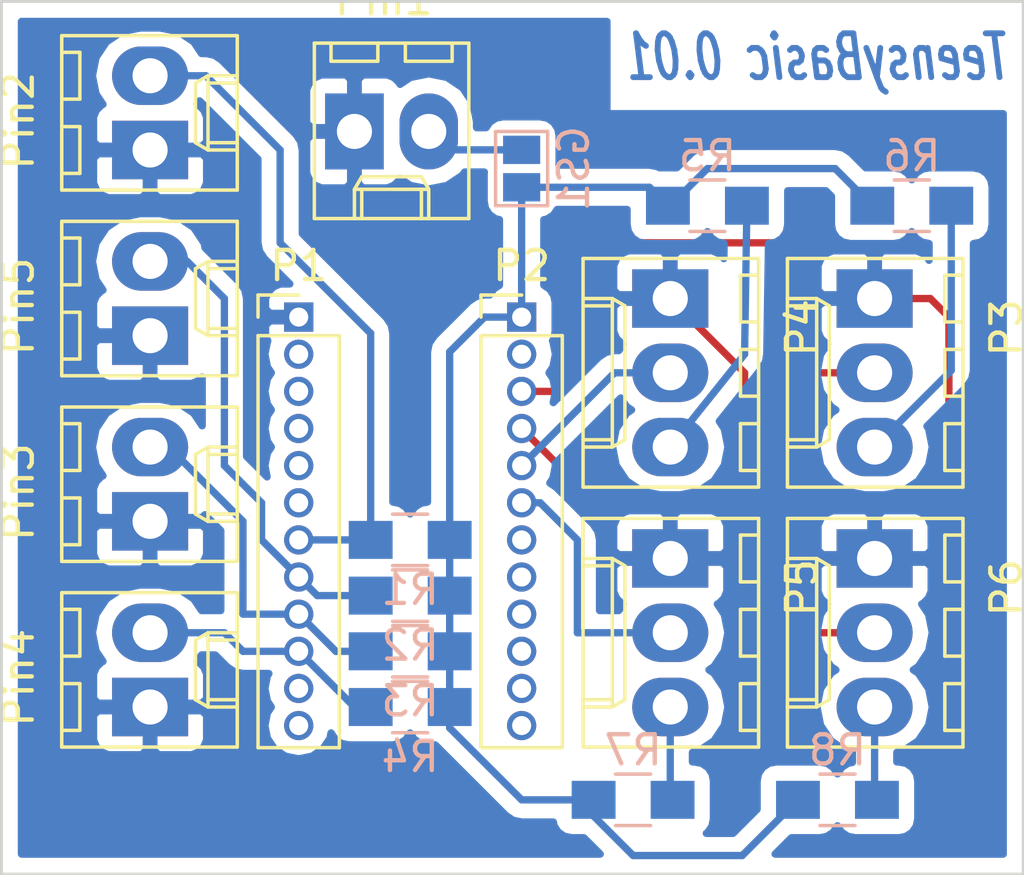
<source format=kicad_pcb>
(kicad_pcb (version 4) (host pcbnew 4.0.4-stable)

  (general
    (links 35)
    (no_connects 2)
    (area 132.029999 93.929999 167.055001 123.875001)
    (thickness 1.6)
    (drawings 5)
    (tracks 80)
    (zones 0)
    (modules 20)
    (nets 30)
  )

  (page A4)
  (layers
    (0 F.Cu signal)
    (31 B.Cu signal)
    (32 B.Adhes user hide)
    (33 F.Adhes user hide)
    (34 B.Paste user hide)
    (35 F.Paste user hide)
    (36 B.SilkS user hide)
    (37 F.SilkS user hide)
    (38 B.Mask user hide)
    (39 F.Mask user hide)
    (40 Dwgs.User user hide)
    (41 Cmts.User user hide)
    (42 Eco1.User user hide)
    (43 Eco2.User user hide)
    (44 Edge.Cuts user)
    (45 Margin user hide)
    (46 B.CrtYd user hide)
    (47 F.CrtYd user hide)
    (48 B.Fab user hide)
    (49 F.Fab user hide)
  )

  (setup
    (last_trace_width 0.25)
    (trace_clearance 0.2)
    (zone_clearance 0.508)
    (zone_45_only no)
    (trace_min 0.2)
    (segment_width 0.2)
    (edge_width 0.1)
    (via_size 0.6)
    (via_drill 0.4)
    (via_min_size 0.4)
    (via_min_drill 0.3)
    (uvia_size 0.3)
    (uvia_drill 0.1)
    (uvias_allowed no)
    (uvia_min_size 0.2)
    (uvia_min_drill 0.1)
    (pcb_text_width 0.3)
    (pcb_text_size 1.5 1.5)
    (mod_edge_width 0.15)
    (mod_text_size 1 1)
    (mod_text_width 0.15)
    (pad_size 1.5 1.5)
    (pad_drill 0.6)
    (pad_to_mask_clearance 0)
    (aux_axis_origin 0 0)
    (visible_elements FFFCFF7F)
    (pcbplotparams
      (layerselection 0x01000_80000001)
      (usegerberextensions false)
      (excludeedgelayer false)
      (linewidth 0.100000)
      (plotframeref false)
      (viasonmask false)
      (mode 1)
      (useauxorigin false)
      (hpglpennumber 1)
      (hpglpenspeed 20)
      (hpglpendiameter 15)
      (hpglpenoverlay 2)
      (psnegative false)
      (psa4output false)
      (plotreference true)
      (plotvalue true)
      (plotinvisibletext false)
      (padsonsilk false)
      (subtractmaskfromsilk false)
      (outputformat 1)
      (mirror false)
      (drillshape 0)
      (scaleselection 1)
      (outputdirectory ""))
  )

  (net 0 "")
  (net 1 "Net-(GS1-Pad1)")
  (net 2 VCC)
  (net 3 GND)
  (net 4 "Net-(P1-Pad2)")
  (net 5 "Net-(P1-Pad3)")
  (net 6 "Net-(P1-Pad4)")
  (net 7 "Net-(P1-Pad5)")
  (net 8 "Net-(P1-Pad6)")
  (net 9 "Net-(P1-Pad7)")
  (net 10 "Net-(P1-Pad8)")
  (net 11 "Net-(P1-Pad9)")
  (net 12 "Net-(P1-Pad10)")
  (net 13 "Net-(P1-Pad11)")
  (net 14 "Net-(P1-Pad12)")
  (net 15 "Net-(P2-Pad2)")
  (net 16 "Net-(P2-Pad3)")
  (net 17 "Net-(P2-Pad4)")
  (net 18 "Net-(P2-Pad5)")
  (net 19 "Net-(P2-Pad6)")
  (net 20 "Net-(P2-Pad7)")
  (net 21 "Net-(P2-Pad8)")
  (net 22 "Net-(P2-Pad9)")
  (net 23 "Net-(P2-Pad10)")
  (net 24 "Net-(P2-Pad11)")
  (net 25 "Net-(P2-Pad12)")
  (net 26 "Net-(P3-Pad3)")
  (net 27 "Net-(P4-Pad3)")
  (net 28 "Net-(P5-Pad3)")
  (net 29 "Net-(P6-Pad3)")

  (net_class Default "This is the default net class."
    (clearance 0.2)
    (trace_width 0.25)
    (via_dia 0.6)
    (via_drill 0.4)
    (uvia_dia 0.3)
    (uvia_drill 0.1)
    (add_net GND)
    (add_net "Net-(GS1-Pad1)")
    (add_net "Net-(P1-Pad10)")
    (add_net "Net-(P1-Pad11)")
    (add_net "Net-(P1-Pad12)")
    (add_net "Net-(P1-Pad2)")
    (add_net "Net-(P1-Pad3)")
    (add_net "Net-(P1-Pad4)")
    (add_net "Net-(P1-Pad5)")
    (add_net "Net-(P1-Pad6)")
    (add_net "Net-(P1-Pad7)")
    (add_net "Net-(P1-Pad8)")
    (add_net "Net-(P1-Pad9)")
    (add_net "Net-(P2-Pad10)")
    (add_net "Net-(P2-Pad11)")
    (add_net "Net-(P2-Pad12)")
    (add_net "Net-(P2-Pad2)")
    (add_net "Net-(P2-Pad3)")
    (add_net "Net-(P2-Pad4)")
    (add_net "Net-(P2-Pad5)")
    (add_net "Net-(P2-Pad6)")
    (add_net "Net-(P2-Pad7)")
    (add_net "Net-(P2-Pad8)")
    (add_net "Net-(P2-Pad9)")
    (add_net "Net-(P3-Pad3)")
    (add_net "Net-(P4-Pad3)")
    (add_net "Net-(P5-Pad3)")
    (add_net "Net-(P6-Pad3)")
    (add_net VCC)
  )

  (module Connect:GS2 (layer B.Cu) (tedit 586134A1) (tstamp 58CDC83C)
    (at 149.86 99.695)
    (descr "2-pin solder bridge")
    (tags "solder bridge")
    (path /58C9D6FE)
    (attr smd)
    (fp_text reference GS1 (at 1.78 0 270) (layer B.SilkS)
      (effects (font (size 1 1) (thickness 0.15)) (justify mirror))
    )
    (fp_text value GS2 (at -1.8 0 270) (layer B.Fab)
      (effects (font (size 1 1) (thickness 0.15)) (justify mirror))
    )
    (fp_line (start 1.1 1.45) (end 1.1 -1.5) (layer B.CrtYd) (width 0.05))
    (fp_line (start 1.1 -1.5) (end -1.1 -1.5) (layer B.CrtYd) (width 0.05))
    (fp_line (start -1.1 -1.5) (end -1.1 1.45) (layer B.CrtYd) (width 0.05))
    (fp_line (start -1.1 1.45) (end 1.1 1.45) (layer B.CrtYd) (width 0.05))
    (fp_line (start -0.89 1.27) (end -0.89 -1.27) (layer B.SilkS) (width 0.12))
    (fp_line (start 0.89 -1.27) (end 0.89 1.27) (layer B.SilkS) (width 0.12))
    (fp_line (start 0.89 -1.27) (end -0.89 -1.27) (layer B.SilkS) (width 0.12))
    (fp_line (start -0.89 1.27) (end 0.89 1.27) (layer B.SilkS) (width 0.12))
    (pad 1 smd rect (at 0 0.64) (size 1.27 0.97) (layers B.Cu B.Paste B.Mask)
      (net 1 "Net-(GS1-Pad1)"))
    (pad 2 smd rect (at 0 -0.64) (size 1.27 0.97) (layers B.Cu B.Paste B.Mask)
      (net 2 VCC))
  )

  (module Pin_Headers:Pin_Header_Straight_1x12_Pitch1.27mm (layer F.Cu) (tedit 58CDCC0C) (tstamp 58CDC85A)
    (at 142.24 104.775)
    (descr "Through hole straight pin header, 1x12, 1.27mm pitch, single row")
    (tags "Through hole pin header THT 1x12 1.27mm single row")
    (path /58C9C762)
    (fp_text reference P1 (at 0 -1.755) (layer F.SilkS)
      (effects (font (size 1 1) (thickness 0.15)))
    )
    (fp_text value "" (at 0 15.725) (layer F.Fab)
      (effects (font (size 1 1) (thickness 0.15)))
    )
    (fp_line (start -1.27 -0.635) (end -1.27 14.605) (layer F.Fab) (width 0.1))
    (fp_line (start -1.27 14.605) (end 1.27 14.605) (layer F.Fab) (width 0.1))
    (fp_line (start 1.27 14.605) (end 1.27 -0.635) (layer F.Fab) (width 0.1))
    (fp_line (start 1.27 -0.635) (end -1.27 -0.635) (layer F.Fab) (width 0.1))
    (fp_line (start -1.39 0.635) (end -1.39 14.725) (layer F.SilkS) (width 0.12))
    (fp_line (start -1.39 14.725) (end 1.39 14.725) (layer F.SilkS) (width 0.12))
    (fp_line (start 1.39 14.725) (end 1.39 0.635) (layer F.SilkS) (width 0.12))
    (fp_line (start 1.39 0.635) (end -1.39 0.635) (layer F.SilkS) (width 0.12))
    (fp_line (start -1.39 0) (end -1.39 -0.755) (layer F.SilkS) (width 0.12))
    (fp_line (start -1.39 -0.755) (end 0 -0.755) (layer F.SilkS) (width 0.12))
    (fp_line (start -1.6 -0.9) (end -1.6 14.9) (layer F.CrtYd) (width 0.05))
    (fp_line (start -1.6 14.9) (end 1.6 14.9) (layer F.CrtYd) (width 0.05))
    (fp_line (start 1.6 14.9) (end 1.6 -0.9) (layer F.CrtYd) (width 0.05))
    (fp_line (start 1.6 -0.9) (end -1.6 -0.9) (layer F.CrtYd) (width 0.05))
    (pad 1 thru_hole rect (at 0 0) (size 1 1) (drill 0.65) (layers *.Cu *.Mask)
      (net 3 GND))
    (pad 2 thru_hole oval (at 0 1.27) (size 1 1) (drill 0.65) (layers *.Cu *.Mask)
      (net 4 "Net-(P1-Pad2)"))
    (pad 3 thru_hole oval (at 0 2.54) (size 1 1) (drill 0.65) (layers *.Cu *.Mask)
      (net 5 "Net-(P1-Pad3)"))
    (pad 4 thru_hole oval (at 0 3.81) (size 1 1) (drill 0.65) (layers *.Cu *.Mask)
      (net 6 "Net-(P1-Pad4)"))
    (pad 5 thru_hole oval (at 0 5.08) (size 1 1) (drill 0.65) (layers *.Cu *.Mask)
      (net 7 "Net-(P1-Pad5)"))
    (pad 6 thru_hole oval (at 0 6.35) (size 1 1) (drill 0.65) (layers *.Cu *.Mask)
      (net 8 "Net-(P1-Pad6)"))
    (pad 7 thru_hole oval (at 0 7.62) (size 1 1) (drill 0.65) (layers *.Cu *.Mask)
      (net 9 "Net-(P1-Pad7)"))
    (pad 8 thru_hole oval (at 0 8.89) (size 1 1) (drill 0.65) (layers *.Cu *.Mask)
      (net 10 "Net-(P1-Pad8)"))
    (pad 9 thru_hole oval (at 0 10.16) (size 1 1) (drill 0.65) (layers *.Cu *.Mask)
      (net 11 "Net-(P1-Pad9)"))
    (pad 10 thru_hole oval (at 0 11.43) (size 1 1) (drill 0.65) (layers *.Cu *.Mask)
      (net 12 "Net-(P1-Pad10)"))
    (pad 11 thru_hole oval (at 0 12.7) (size 1 1) (drill 0.65) (layers *.Cu *.Mask)
      (net 13 "Net-(P1-Pad11)"))
    (pad 12 thru_hole oval (at 0 13.97) (size 1 1) (drill 0.65) (layers *.Cu *.Mask)
      (net 14 "Net-(P1-Pad12)"))
    (model Pin_Headers.3dshapes/Pin_Header_Straight_1x12_Pitch1.27mm.wrl
      (at (xyz 0 0 0))
      (scale (xyz 1 1 1))
      (rotate (xyz 0 0 0))
    )
  )

  (module Pin_Headers:Pin_Header_Straight_1x12_Pitch1.27mm (layer F.Cu) (tedit 58CDCC35) (tstamp 58CDC878)
    (at 149.86 104.775)
    (descr "Through hole straight pin header, 1x12, 1.27mm pitch, single row")
    (tags "Through hole pin header THT 1x12 1.27mm single row")
    (path /58C9C85F)
    (fp_text reference P2 (at 0 -1.755) (layer F.SilkS)
      (effects (font (size 1 1) (thickness 0.15)))
    )
    (fp_text value "" (at 0 15.725) (layer F.Fab)
      (effects (font (size 1 1) (thickness 0.15)))
    )
    (fp_line (start -1.27 -0.635) (end -1.27 14.605) (layer F.Fab) (width 0.1))
    (fp_line (start -1.27 14.605) (end 1.27 14.605) (layer F.Fab) (width 0.1))
    (fp_line (start 1.27 14.605) (end 1.27 -0.635) (layer F.Fab) (width 0.1))
    (fp_line (start 1.27 -0.635) (end -1.27 -0.635) (layer F.Fab) (width 0.1))
    (fp_line (start -1.39 0.635) (end -1.39 14.725) (layer F.SilkS) (width 0.12))
    (fp_line (start -1.39 14.725) (end 1.39 14.725) (layer F.SilkS) (width 0.12))
    (fp_line (start 1.39 14.725) (end 1.39 0.635) (layer F.SilkS) (width 0.12))
    (fp_line (start 1.39 0.635) (end -1.39 0.635) (layer F.SilkS) (width 0.12))
    (fp_line (start -1.39 0) (end -1.39 -0.755) (layer F.SilkS) (width 0.12))
    (fp_line (start -1.39 -0.755) (end 0 -0.755) (layer F.SilkS) (width 0.12))
    (fp_line (start -1.6 -0.9) (end -1.6 14.9) (layer F.CrtYd) (width 0.05))
    (fp_line (start -1.6 14.9) (end 1.6 14.9) (layer F.CrtYd) (width 0.05))
    (fp_line (start 1.6 14.9) (end 1.6 -0.9) (layer F.CrtYd) (width 0.05))
    (fp_line (start 1.6 -0.9) (end -1.6 -0.9) (layer F.CrtYd) (width 0.05))
    (pad 1 thru_hole rect (at 0 0) (size 1 1) (drill 0.65) (layers *.Cu *.Mask)
      (net 1 "Net-(GS1-Pad1)"))
    (pad 2 thru_hole oval (at 0 1.27) (size 1 1) (drill 0.65) (layers *.Cu *.Mask)
      (net 15 "Net-(P2-Pad2)"))
    (pad 3 thru_hole oval (at 0 2.54) (size 1 1) (drill 0.65) (layers *.Cu *.Mask)
      (net 16 "Net-(P2-Pad3)"))
    (pad 4 thru_hole oval (at 0 3.81) (size 1 1) (drill 0.65) (layers *.Cu *.Mask)
      (net 17 "Net-(P2-Pad4)"))
    (pad 5 thru_hole oval (at 0 5.08) (size 1 1) (drill 0.65) (layers *.Cu *.Mask)
      (net 18 "Net-(P2-Pad5)"))
    (pad 6 thru_hole oval (at 0 6.35) (size 1 1) (drill 0.65) (layers *.Cu *.Mask)
      (net 19 "Net-(P2-Pad6)"))
    (pad 7 thru_hole oval (at 0 7.62) (size 1 1) (drill 0.65) (layers *.Cu *.Mask)
      (net 20 "Net-(P2-Pad7)"))
    (pad 8 thru_hole oval (at 0 8.89) (size 1 1) (drill 0.65) (layers *.Cu *.Mask)
      (net 21 "Net-(P2-Pad8)"))
    (pad 9 thru_hole oval (at 0 10.16) (size 1 1) (drill 0.65) (layers *.Cu *.Mask)
      (net 22 "Net-(P2-Pad9)"))
    (pad 10 thru_hole oval (at 0 11.43) (size 1 1) (drill 0.65) (layers *.Cu *.Mask)
      (net 23 "Net-(P2-Pad10)"))
    (pad 11 thru_hole oval (at 0 12.7) (size 1 1) (drill 0.65) (layers *.Cu *.Mask)
      (net 24 "Net-(P2-Pad11)"))
    (pad 12 thru_hole oval (at 0 13.97) (size 1 1) (drill 0.65) (layers *.Cu *.Mask)
      (net 25 "Net-(P2-Pad12)"))
    (model Pin_Headers.3dshapes/Pin_Header_Straight_1x12_Pitch1.27mm.wrl
      (at (xyz 0 0 0))
      (scale (xyz 1 1 1))
      (rotate (xyz 0 0 0))
    )
  )

  (module Connectors_Molex:Molex_KK-6410-03_03x2.54mm_Straight (layer F.Cu) (tedit 58CDCC1E) (tstamp 58CDC898)
    (at 161.925 104.14 270)
    (descr "Connector Headers with Friction Lock, 22-27-2031, http://www.molex.com/pdm_docs/sd/022272021_sd.pdf")
    (tags "connector molex kk_6410 22-27-2031")
    (path /58C9CC45)
    (fp_text reference P3 (at 1 -4.5 270) (layer F.SilkS)
      (effects (font (size 1 1) (thickness 0.15)))
    )
    (fp_text value "" (at 2.54 4.5 270) (layer F.Fab)
      (effects (font (size 1 1) (thickness 0.15)))
    )
    (fp_line (start -1.37 -3.02) (end -1.37 2.98) (layer F.SilkS) (width 0.12))
    (fp_line (start -1.37 2.98) (end 6.45 2.98) (layer F.SilkS) (width 0.12))
    (fp_line (start 6.45 2.98) (end 6.45 -3.02) (layer F.SilkS) (width 0.12))
    (fp_line (start 6.45 -3.02) (end -1.37 -3.02) (layer F.SilkS) (width 0.12))
    (fp_line (start 0 2.98) (end 0 1.98) (layer F.SilkS) (width 0.12))
    (fp_line (start 0 1.98) (end 5.08 1.98) (layer F.SilkS) (width 0.12))
    (fp_line (start 5.08 1.98) (end 5.08 2.98) (layer F.SilkS) (width 0.12))
    (fp_line (start 0 1.98) (end 0.25 1.55) (layer F.SilkS) (width 0.12))
    (fp_line (start 0.25 1.55) (end 4.83 1.55) (layer F.SilkS) (width 0.12))
    (fp_line (start 4.83 1.55) (end 5.08 1.98) (layer F.SilkS) (width 0.12))
    (fp_line (start 0.25 2.98) (end 0.25 1.98) (layer F.SilkS) (width 0.12))
    (fp_line (start 4.83 2.98) (end 4.83 1.98) (layer F.SilkS) (width 0.12))
    (fp_line (start -0.8 -3.02) (end -0.8 -2.4) (layer F.SilkS) (width 0.12))
    (fp_line (start -0.8 -2.4) (end 0.8 -2.4) (layer F.SilkS) (width 0.12))
    (fp_line (start 0.8 -2.4) (end 0.8 -3.02) (layer F.SilkS) (width 0.12))
    (fp_line (start 1.74 -3.02) (end 1.74 -2.4) (layer F.SilkS) (width 0.12))
    (fp_line (start 1.74 -2.4) (end 3.34 -2.4) (layer F.SilkS) (width 0.12))
    (fp_line (start 3.34 -2.4) (end 3.34 -3.02) (layer F.SilkS) (width 0.12))
    (fp_line (start 4.28 -3.02) (end 4.28 -2.4) (layer F.SilkS) (width 0.12))
    (fp_line (start 4.28 -2.4) (end 5.88 -2.4) (layer F.SilkS) (width 0.12))
    (fp_line (start 5.88 -2.4) (end 5.88 -3.02) (layer F.SilkS) (width 0.12))
    (fp_line (start -1.9 3.5) (end -1.9 -3.55) (layer F.CrtYd) (width 0.05))
    (fp_line (start -1.9 -3.55) (end 7 -3.55) (layer F.CrtYd) (width 0.05))
    (fp_line (start 7 -3.55) (end 7 3.5) (layer F.CrtYd) (width 0.05))
    (fp_line (start 7 3.5) (end -1.9 3.5) (layer F.CrtYd) (width 0.05))
    (pad 1 thru_hole rect (at 0 0 270) (size 2 2.6) (drill 1.2) (layers *.Cu *.Mask)
      (net 3 GND))
    (pad 2 thru_hole oval (at 2.54 0 270) (size 2 2.6) (drill 1.2) (layers *.Cu *.Mask)
      (net 16 "Net-(P2-Pad3)"))
    (pad 3 thru_hole oval (at 5.08 0 270) (size 2 2.6) (drill 1.2) (layers *.Cu *.Mask)
      (net 26 "Net-(P3-Pad3)"))
  )

  (module Connectors_Molex:Molex_KK-6410-03_03x2.54mm_Straight (layer F.Cu) (tedit 58CDCC23) (tstamp 58CDC8B8)
    (at 154.94 104.14 270)
    (descr "Connector Headers with Friction Lock, 22-27-2031, http://www.molex.com/pdm_docs/sd/022272021_sd.pdf")
    (tags "connector molex kk_6410 22-27-2031")
    (path /58C9F7C9)
    (fp_text reference P4 (at 1 -4.5 270) (layer F.SilkS)
      (effects (font (size 1 1) (thickness 0.15)))
    )
    (fp_text value "" (at 2.54 4.5 270) (layer F.Fab)
      (effects (font (size 1 1) (thickness 0.15)))
    )
    (fp_line (start -1.37 -3.02) (end -1.37 2.98) (layer F.SilkS) (width 0.12))
    (fp_line (start -1.37 2.98) (end 6.45 2.98) (layer F.SilkS) (width 0.12))
    (fp_line (start 6.45 2.98) (end 6.45 -3.02) (layer F.SilkS) (width 0.12))
    (fp_line (start 6.45 -3.02) (end -1.37 -3.02) (layer F.SilkS) (width 0.12))
    (fp_line (start 0 2.98) (end 0 1.98) (layer F.SilkS) (width 0.12))
    (fp_line (start 0 1.98) (end 5.08 1.98) (layer F.SilkS) (width 0.12))
    (fp_line (start 5.08 1.98) (end 5.08 2.98) (layer F.SilkS) (width 0.12))
    (fp_line (start 0 1.98) (end 0.25 1.55) (layer F.SilkS) (width 0.12))
    (fp_line (start 0.25 1.55) (end 4.83 1.55) (layer F.SilkS) (width 0.12))
    (fp_line (start 4.83 1.55) (end 5.08 1.98) (layer F.SilkS) (width 0.12))
    (fp_line (start 0.25 2.98) (end 0.25 1.98) (layer F.SilkS) (width 0.12))
    (fp_line (start 4.83 2.98) (end 4.83 1.98) (layer F.SilkS) (width 0.12))
    (fp_line (start -0.8 -3.02) (end -0.8 -2.4) (layer F.SilkS) (width 0.12))
    (fp_line (start -0.8 -2.4) (end 0.8 -2.4) (layer F.SilkS) (width 0.12))
    (fp_line (start 0.8 -2.4) (end 0.8 -3.02) (layer F.SilkS) (width 0.12))
    (fp_line (start 1.74 -3.02) (end 1.74 -2.4) (layer F.SilkS) (width 0.12))
    (fp_line (start 1.74 -2.4) (end 3.34 -2.4) (layer F.SilkS) (width 0.12))
    (fp_line (start 3.34 -2.4) (end 3.34 -3.02) (layer F.SilkS) (width 0.12))
    (fp_line (start 4.28 -3.02) (end 4.28 -2.4) (layer F.SilkS) (width 0.12))
    (fp_line (start 4.28 -2.4) (end 5.88 -2.4) (layer F.SilkS) (width 0.12))
    (fp_line (start 5.88 -2.4) (end 5.88 -3.02) (layer F.SilkS) (width 0.12))
    (fp_line (start -1.9 3.5) (end -1.9 -3.55) (layer F.CrtYd) (width 0.05))
    (fp_line (start -1.9 -3.55) (end 7 -3.55) (layer F.CrtYd) (width 0.05))
    (fp_line (start 7 -3.55) (end 7 3.5) (layer F.CrtYd) (width 0.05))
    (fp_line (start 7 3.5) (end -1.9 3.5) (layer F.CrtYd) (width 0.05))
    (pad 1 thru_hole rect (at 0 0 270) (size 2 2.6) (drill 1.2) (layers *.Cu *.Mask)
      (net 3 GND))
    (pad 2 thru_hole oval (at 2.54 0 270) (size 2 2.6) (drill 1.2) (layers *.Cu *.Mask)
      (net 18 "Net-(P2-Pad5)"))
    (pad 3 thru_hole oval (at 5.08 0 270) (size 2 2.6) (drill 1.2) (layers *.Cu *.Mask)
      (net 27 "Net-(P4-Pad3)"))
  )

  (module Connectors_Molex:Molex_KK-6410-03_03x2.54mm_Straight (layer F.Cu) (tedit 58CDCC18) (tstamp 58CDC8D8)
    (at 154.94 113.03 270)
    (descr "Connector Headers with Friction Lock, 22-27-2031, http://www.molex.com/pdm_docs/sd/022272021_sd.pdf")
    (tags "connector molex kk_6410 22-27-2031")
    (path /58C9F80B)
    (fp_text reference P5 (at 1 -4.5 270) (layer F.SilkS)
      (effects (font (size 1 1) (thickness 0.15)))
    )
    (fp_text value "" (at 2.54 4.5 270) (layer F.Fab)
      (effects (font (size 1 1) (thickness 0.15)))
    )
    (fp_line (start -1.37 -3.02) (end -1.37 2.98) (layer F.SilkS) (width 0.12))
    (fp_line (start -1.37 2.98) (end 6.45 2.98) (layer F.SilkS) (width 0.12))
    (fp_line (start 6.45 2.98) (end 6.45 -3.02) (layer F.SilkS) (width 0.12))
    (fp_line (start 6.45 -3.02) (end -1.37 -3.02) (layer F.SilkS) (width 0.12))
    (fp_line (start 0 2.98) (end 0 1.98) (layer F.SilkS) (width 0.12))
    (fp_line (start 0 1.98) (end 5.08 1.98) (layer F.SilkS) (width 0.12))
    (fp_line (start 5.08 1.98) (end 5.08 2.98) (layer F.SilkS) (width 0.12))
    (fp_line (start 0 1.98) (end 0.25 1.55) (layer F.SilkS) (width 0.12))
    (fp_line (start 0.25 1.55) (end 4.83 1.55) (layer F.SilkS) (width 0.12))
    (fp_line (start 4.83 1.55) (end 5.08 1.98) (layer F.SilkS) (width 0.12))
    (fp_line (start 0.25 2.98) (end 0.25 1.98) (layer F.SilkS) (width 0.12))
    (fp_line (start 4.83 2.98) (end 4.83 1.98) (layer F.SilkS) (width 0.12))
    (fp_line (start -0.8 -3.02) (end -0.8 -2.4) (layer F.SilkS) (width 0.12))
    (fp_line (start -0.8 -2.4) (end 0.8 -2.4) (layer F.SilkS) (width 0.12))
    (fp_line (start 0.8 -2.4) (end 0.8 -3.02) (layer F.SilkS) (width 0.12))
    (fp_line (start 1.74 -3.02) (end 1.74 -2.4) (layer F.SilkS) (width 0.12))
    (fp_line (start 1.74 -2.4) (end 3.34 -2.4) (layer F.SilkS) (width 0.12))
    (fp_line (start 3.34 -2.4) (end 3.34 -3.02) (layer F.SilkS) (width 0.12))
    (fp_line (start 4.28 -3.02) (end 4.28 -2.4) (layer F.SilkS) (width 0.12))
    (fp_line (start 4.28 -2.4) (end 5.88 -2.4) (layer F.SilkS) (width 0.12))
    (fp_line (start 5.88 -2.4) (end 5.88 -3.02) (layer F.SilkS) (width 0.12))
    (fp_line (start -1.9 3.5) (end -1.9 -3.55) (layer F.CrtYd) (width 0.05))
    (fp_line (start -1.9 -3.55) (end 7 -3.55) (layer F.CrtYd) (width 0.05))
    (fp_line (start 7 -3.55) (end 7 3.5) (layer F.CrtYd) (width 0.05))
    (fp_line (start 7 3.5) (end -1.9 3.5) (layer F.CrtYd) (width 0.05))
    (pad 1 thru_hole rect (at 0 0 270) (size 2 2.6) (drill 1.2) (layers *.Cu *.Mask)
      (net 3 GND))
    (pad 2 thru_hole oval (at 2.54 0 270) (size 2 2.6) (drill 1.2) (layers *.Cu *.Mask)
      (net 19 "Net-(P2-Pad6)"))
    (pad 3 thru_hole oval (at 5.08 0 270) (size 2 2.6) (drill 1.2) (layers *.Cu *.Mask)
      (net 28 "Net-(P5-Pad3)"))
  )

  (module Connectors_Molex:Molex_KK-6410-03_03x2.54mm_Straight (layer F.Cu) (tedit 58CDCC12) (tstamp 58CDC8F8)
    (at 161.925 113.03 270)
    (descr "Connector Headers with Friction Lock, 22-27-2031, http://www.molex.com/pdm_docs/sd/022272021_sd.pdf")
    (tags "connector molex kk_6410 22-27-2031")
    (path /58C9F78A)
    (fp_text reference P6 (at 1 -4.5 270) (layer F.SilkS)
      (effects (font (size 1 1) (thickness 0.15)))
    )
    (fp_text value "" (at 2.54 4.5 270) (layer F.Fab)
      (effects (font (size 1 1) (thickness 0.15)))
    )
    (fp_line (start -1.37 -3.02) (end -1.37 2.98) (layer F.SilkS) (width 0.12))
    (fp_line (start -1.37 2.98) (end 6.45 2.98) (layer F.SilkS) (width 0.12))
    (fp_line (start 6.45 2.98) (end 6.45 -3.02) (layer F.SilkS) (width 0.12))
    (fp_line (start 6.45 -3.02) (end -1.37 -3.02) (layer F.SilkS) (width 0.12))
    (fp_line (start 0 2.98) (end 0 1.98) (layer F.SilkS) (width 0.12))
    (fp_line (start 0 1.98) (end 5.08 1.98) (layer F.SilkS) (width 0.12))
    (fp_line (start 5.08 1.98) (end 5.08 2.98) (layer F.SilkS) (width 0.12))
    (fp_line (start 0 1.98) (end 0.25 1.55) (layer F.SilkS) (width 0.12))
    (fp_line (start 0.25 1.55) (end 4.83 1.55) (layer F.SilkS) (width 0.12))
    (fp_line (start 4.83 1.55) (end 5.08 1.98) (layer F.SilkS) (width 0.12))
    (fp_line (start 0.25 2.98) (end 0.25 1.98) (layer F.SilkS) (width 0.12))
    (fp_line (start 4.83 2.98) (end 4.83 1.98) (layer F.SilkS) (width 0.12))
    (fp_line (start -0.8 -3.02) (end -0.8 -2.4) (layer F.SilkS) (width 0.12))
    (fp_line (start -0.8 -2.4) (end 0.8 -2.4) (layer F.SilkS) (width 0.12))
    (fp_line (start 0.8 -2.4) (end 0.8 -3.02) (layer F.SilkS) (width 0.12))
    (fp_line (start 1.74 -3.02) (end 1.74 -2.4) (layer F.SilkS) (width 0.12))
    (fp_line (start 1.74 -2.4) (end 3.34 -2.4) (layer F.SilkS) (width 0.12))
    (fp_line (start 3.34 -2.4) (end 3.34 -3.02) (layer F.SilkS) (width 0.12))
    (fp_line (start 4.28 -3.02) (end 4.28 -2.4) (layer F.SilkS) (width 0.12))
    (fp_line (start 4.28 -2.4) (end 5.88 -2.4) (layer F.SilkS) (width 0.12))
    (fp_line (start 5.88 -2.4) (end 5.88 -3.02) (layer F.SilkS) (width 0.12))
    (fp_line (start -1.9 3.5) (end -1.9 -3.55) (layer F.CrtYd) (width 0.05))
    (fp_line (start -1.9 -3.55) (end 7 -3.55) (layer F.CrtYd) (width 0.05))
    (fp_line (start 7 -3.55) (end 7 3.5) (layer F.CrtYd) (width 0.05))
    (fp_line (start 7 3.5) (end -1.9 3.5) (layer F.CrtYd) (width 0.05))
    (pad 1 thru_hole rect (at 0 0 270) (size 2 2.6) (drill 1.2) (layers *.Cu *.Mask)
      (net 3 GND))
    (pad 2 thru_hole oval (at 2.54 0 270) (size 2 2.6) (drill 1.2) (layers *.Cu *.Mask)
      (net 17 "Net-(P2-Pad4)"))
    (pad 3 thru_hole oval (at 5.08 0 270) (size 2 2.6) (drill 1.2) (layers *.Cu *.Mask)
      (net 29 "Net-(P6-Pad3)"))
  )

  (module Connectors_Molex:Molex_KK-6410-02_02x2.54mm_Straight (layer F.Cu) (tedit 58CDCBF0) (tstamp 58CDC914)
    (at 144.145 98.425)
    (descr "Connector Headers with Friction Lock, 22-27-2021, http://www.molex.com/pdm_docs/sd/022272021_sd.pdf")
    (tags "connector molex kk_6410 22-27-2021")
    (path /58CA5776)
    (fp_text reference Pin1 (at 1 -4.5) (layer F.SilkS)
      (effects (font (size 1 1) (thickness 0.15)))
    )
    (fp_text value "" (at 1.27 4.5) (layer F.Fab)
      (effects (font (size 1 1) (thickness 0.15)))
    )
    (fp_line (start -1.37 -3.02) (end -1.37 2.98) (layer F.SilkS) (width 0.12))
    (fp_line (start -1.37 2.98) (end 3.91 2.98) (layer F.SilkS) (width 0.12))
    (fp_line (start 3.91 2.98) (end 3.91 -3.02) (layer F.SilkS) (width 0.12))
    (fp_line (start 3.91 -3.02) (end -1.37 -3.02) (layer F.SilkS) (width 0.12))
    (fp_line (start 0 2.98) (end 0 1.98) (layer F.SilkS) (width 0.12))
    (fp_line (start 0 1.98) (end 2.54 1.98) (layer F.SilkS) (width 0.12))
    (fp_line (start 2.54 1.98) (end 2.54 2.98) (layer F.SilkS) (width 0.12))
    (fp_line (start 0 1.98) (end 0.25 1.55) (layer F.SilkS) (width 0.12))
    (fp_line (start 0.25 1.55) (end 2.29 1.55) (layer F.SilkS) (width 0.12))
    (fp_line (start 2.29 1.55) (end 2.54 1.98) (layer F.SilkS) (width 0.12))
    (fp_line (start 0.25 2.98) (end 0.25 1.98) (layer F.SilkS) (width 0.12))
    (fp_line (start 2.29 2.98) (end 2.29 1.98) (layer F.SilkS) (width 0.12))
    (fp_line (start -0.8 -3.02) (end -0.8 -2.4) (layer F.SilkS) (width 0.12))
    (fp_line (start -0.8 -2.4) (end 0.8 -2.4) (layer F.SilkS) (width 0.12))
    (fp_line (start 0.8 -2.4) (end 0.8 -3.02) (layer F.SilkS) (width 0.12))
    (fp_line (start 1.74 -3.02) (end 1.74 -2.4) (layer F.SilkS) (width 0.12))
    (fp_line (start 1.74 -2.4) (end 3.34 -2.4) (layer F.SilkS) (width 0.12))
    (fp_line (start 3.34 -2.4) (end 3.34 -3.02) (layer F.SilkS) (width 0.12))
    (fp_line (start -1.9 3.5) (end -1.9 -3.55) (layer F.CrtYd) (width 0.05))
    (fp_line (start -1.9 -3.55) (end 4.45 -3.55) (layer F.CrtYd) (width 0.05))
    (fp_line (start 4.45 -3.55) (end 4.45 3.5) (layer F.CrtYd) (width 0.05))
    (fp_line (start 4.45 3.5) (end -1.9 3.5) (layer F.CrtYd) (width 0.05))
    (pad 1 thru_hole rect (at 0 0) (size 2 2.6) (drill 1.2) (layers *.Cu *.Mask)
      (net 3 GND))
    (pad 2 thru_hole oval (at 2.54 0) (size 2 2.6) (drill 1.2) (layers *.Cu *.Mask)
      (net 2 VCC))
  )

  (module Connectors_Molex:Molex_KK-6410-02_02x2.54mm_Straight (layer F.Cu) (tedit 58CDCBDD) (tstamp 58CDC930)
    (at 137.16 99.06 90)
    (descr "Connector Headers with Friction Lock, 22-27-2021, http://www.molex.com/pdm_docs/sd/022272021_sd.pdf")
    (tags "connector molex kk_6410 22-27-2021")
    (path /58C9BD32)
    (fp_text reference Pin2 (at 1 -4.5 90) (layer F.SilkS)
      (effects (font (size 1 1) (thickness 0.15)))
    )
    (fp_text value "" (at 1.27 4.5 90) (layer F.Fab)
      (effects (font (size 1 1) (thickness 0.15)))
    )
    (fp_line (start -1.37 -3.02) (end -1.37 2.98) (layer F.SilkS) (width 0.12))
    (fp_line (start -1.37 2.98) (end 3.91 2.98) (layer F.SilkS) (width 0.12))
    (fp_line (start 3.91 2.98) (end 3.91 -3.02) (layer F.SilkS) (width 0.12))
    (fp_line (start 3.91 -3.02) (end -1.37 -3.02) (layer F.SilkS) (width 0.12))
    (fp_line (start 0 2.98) (end 0 1.98) (layer F.SilkS) (width 0.12))
    (fp_line (start 0 1.98) (end 2.54 1.98) (layer F.SilkS) (width 0.12))
    (fp_line (start 2.54 1.98) (end 2.54 2.98) (layer F.SilkS) (width 0.12))
    (fp_line (start 0 1.98) (end 0.25 1.55) (layer F.SilkS) (width 0.12))
    (fp_line (start 0.25 1.55) (end 2.29 1.55) (layer F.SilkS) (width 0.12))
    (fp_line (start 2.29 1.55) (end 2.54 1.98) (layer F.SilkS) (width 0.12))
    (fp_line (start 0.25 2.98) (end 0.25 1.98) (layer F.SilkS) (width 0.12))
    (fp_line (start 2.29 2.98) (end 2.29 1.98) (layer F.SilkS) (width 0.12))
    (fp_line (start -0.8 -3.02) (end -0.8 -2.4) (layer F.SilkS) (width 0.12))
    (fp_line (start -0.8 -2.4) (end 0.8 -2.4) (layer F.SilkS) (width 0.12))
    (fp_line (start 0.8 -2.4) (end 0.8 -3.02) (layer F.SilkS) (width 0.12))
    (fp_line (start 1.74 -3.02) (end 1.74 -2.4) (layer F.SilkS) (width 0.12))
    (fp_line (start 1.74 -2.4) (end 3.34 -2.4) (layer F.SilkS) (width 0.12))
    (fp_line (start 3.34 -2.4) (end 3.34 -3.02) (layer F.SilkS) (width 0.12))
    (fp_line (start -1.9 3.5) (end -1.9 -3.55) (layer F.CrtYd) (width 0.05))
    (fp_line (start -1.9 -3.55) (end 4.45 -3.55) (layer F.CrtYd) (width 0.05))
    (fp_line (start 4.45 -3.55) (end 4.45 3.5) (layer F.CrtYd) (width 0.05))
    (fp_line (start 4.45 3.5) (end -1.9 3.5) (layer F.CrtYd) (width 0.05))
    (pad 1 thru_hole rect (at 0 0 90) (size 2 2.6) (drill 1.2) (layers *.Cu *.Mask)
      (net 3 GND))
    (pad 2 thru_hole oval (at 2.54 0 90) (size 2 2.6) (drill 1.2) (layers *.Cu *.Mask)
      (net 9 "Net-(P1-Pad7)"))
  )

  (module Connectors_Molex:Molex_KK-6410-02_02x2.54mm_Straight (layer F.Cu) (tedit 58CDCBFA) (tstamp 58CDC94C)
    (at 137.16 111.76 90)
    (descr "Connector Headers with Friction Lock, 22-27-2021, http://www.molex.com/pdm_docs/sd/022272021_sd.pdf")
    (tags "connector molex kk_6410 22-27-2021")
    (path /58C9E766)
    (fp_text reference Pin3 (at 1 -4.5 90) (layer F.SilkS)
      (effects (font (size 1 1) (thickness 0.15)))
    )
    (fp_text value "" (at 1.27 4.5 90) (layer F.Fab)
      (effects (font (size 1 1) (thickness 0.15)))
    )
    (fp_line (start -1.37 -3.02) (end -1.37 2.98) (layer F.SilkS) (width 0.12))
    (fp_line (start -1.37 2.98) (end 3.91 2.98) (layer F.SilkS) (width 0.12))
    (fp_line (start 3.91 2.98) (end 3.91 -3.02) (layer F.SilkS) (width 0.12))
    (fp_line (start 3.91 -3.02) (end -1.37 -3.02) (layer F.SilkS) (width 0.12))
    (fp_line (start 0 2.98) (end 0 1.98) (layer F.SilkS) (width 0.12))
    (fp_line (start 0 1.98) (end 2.54 1.98) (layer F.SilkS) (width 0.12))
    (fp_line (start 2.54 1.98) (end 2.54 2.98) (layer F.SilkS) (width 0.12))
    (fp_line (start 0 1.98) (end 0.25 1.55) (layer F.SilkS) (width 0.12))
    (fp_line (start 0.25 1.55) (end 2.29 1.55) (layer F.SilkS) (width 0.12))
    (fp_line (start 2.29 1.55) (end 2.54 1.98) (layer F.SilkS) (width 0.12))
    (fp_line (start 0.25 2.98) (end 0.25 1.98) (layer F.SilkS) (width 0.12))
    (fp_line (start 2.29 2.98) (end 2.29 1.98) (layer F.SilkS) (width 0.12))
    (fp_line (start -0.8 -3.02) (end -0.8 -2.4) (layer F.SilkS) (width 0.12))
    (fp_line (start -0.8 -2.4) (end 0.8 -2.4) (layer F.SilkS) (width 0.12))
    (fp_line (start 0.8 -2.4) (end 0.8 -3.02) (layer F.SilkS) (width 0.12))
    (fp_line (start 1.74 -3.02) (end 1.74 -2.4) (layer F.SilkS) (width 0.12))
    (fp_line (start 1.74 -2.4) (end 3.34 -2.4) (layer F.SilkS) (width 0.12))
    (fp_line (start 3.34 -2.4) (end 3.34 -3.02) (layer F.SilkS) (width 0.12))
    (fp_line (start -1.9 3.5) (end -1.9 -3.55) (layer F.CrtYd) (width 0.05))
    (fp_line (start -1.9 -3.55) (end 4.45 -3.55) (layer F.CrtYd) (width 0.05))
    (fp_line (start 4.45 -3.55) (end 4.45 3.5) (layer F.CrtYd) (width 0.05))
    (fp_line (start 4.45 3.5) (end -1.9 3.5) (layer F.CrtYd) (width 0.05))
    (pad 1 thru_hole rect (at 0 0 90) (size 2 2.6) (drill 1.2) (layers *.Cu *.Mask)
      (net 3 GND))
    (pad 2 thru_hole oval (at 2.54 0 90) (size 2 2.6) (drill 1.2) (layers *.Cu *.Mask)
      (net 11 "Net-(P1-Pad9)"))
  )

  (module Connectors_Molex:Molex_KK-6410-02_02x2.54mm_Straight (layer F.Cu) (tedit 58CDCC00) (tstamp 58CDC968)
    (at 137.16 118.11 90)
    (descr "Connector Headers with Friction Lock, 22-27-2021, http://www.molex.com/pdm_docs/sd/022272021_sd.pdf")
    (tags "connector molex kk_6410 22-27-2021")
    (path /58C9E7A4)
    (fp_text reference Pin4 (at 1 -4.5 90) (layer F.SilkS)
      (effects (font (size 1 1) (thickness 0.15)))
    )
    (fp_text value "" (at 1.27 4.5 90) (layer F.Fab)
      (effects (font (size 1 1) (thickness 0.15)))
    )
    (fp_line (start -1.37 -3.02) (end -1.37 2.98) (layer F.SilkS) (width 0.12))
    (fp_line (start -1.37 2.98) (end 3.91 2.98) (layer F.SilkS) (width 0.12))
    (fp_line (start 3.91 2.98) (end 3.91 -3.02) (layer F.SilkS) (width 0.12))
    (fp_line (start 3.91 -3.02) (end -1.37 -3.02) (layer F.SilkS) (width 0.12))
    (fp_line (start 0 2.98) (end 0 1.98) (layer F.SilkS) (width 0.12))
    (fp_line (start 0 1.98) (end 2.54 1.98) (layer F.SilkS) (width 0.12))
    (fp_line (start 2.54 1.98) (end 2.54 2.98) (layer F.SilkS) (width 0.12))
    (fp_line (start 0 1.98) (end 0.25 1.55) (layer F.SilkS) (width 0.12))
    (fp_line (start 0.25 1.55) (end 2.29 1.55) (layer F.SilkS) (width 0.12))
    (fp_line (start 2.29 1.55) (end 2.54 1.98) (layer F.SilkS) (width 0.12))
    (fp_line (start 0.25 2.98) (end 0.25 1.98) (layer F.SilkS) (width 0.12))
    (fp_line (start 2.29 2.98) (end 2.29 1.98) (layer F.SilkS) (width 0.12))
    (fp_line (start -0.8 -3.02) (end -0.8 -2.4) (layer F.SilkS) (width 0.12))
    (fp_line (start -0.8 -2.4) (end 0.8 -2.4) (layer F.SilkS) (width 0.12))
    (fp_line (start 0.8 -2.4) (end 0.8 -3.02) (layer F.SilkS) (width 0.12))
    (fp_line (start 1.74 -3.02) (end 1.74 -2.4) (layer F.SilkS) (width 0.12))
    (fp_line (start 1.74 -2.4) (end 3.34 -2.4) (layer F.SilkS) (width 0.12))
    (fp_line (start 3.34 -2.4) (end 3.34 -3.02) (layer F.SilkS) (width 0.12))
    (fp_line (start -1.9 3.5) (end -1.9 -3.55) (layer F.CrtYd) (width 0.05))
    (fp_line (start -1.9 -3.55) (end 4.45 -3.55) (layer F.CrtYd) (width 0.05))
    (fp_line (start 4.45 -3.55) (end 4.45 3.5) (layer F.CrtYd) (width 0.05))
    (fp_line (start 4.45 3.5) (end -1.9 3.5) (layer F.CrtYd) (width 0.05))
    (pad 1 thru_hole rect (at 0 0 90) (size 2 2.6) (drill 1.2) (layers *.Cu *.Mask)
      (net 3 GND))
    (pad 2 thru_hole oval (at 2.54 0 90) (size 2 2.6) (drill 1.2) (layers *.Cu *.Mask)
      (net 12 "Net-(P1-Pad10)"))
  )

  (module Connectors_Molex:Molex_KK-6410-02_02x2.54mm_Straight (layer F.Cu) (tedit 58CDCBE7) (tstamp 58CDC984)
    (at 137.16 105.41 90)
    (descr "Connector Headers with Friction Lock, 22-27-2021, http://www.molex.com/pdm_docs/sd/022272021_sd.pdf")
    (tags "connector molex kk_6410 22-27-2021")
    (path /58C9E6B8)
    (fp_text reference Pin5 (at 1 -4.5 90) (layer F.SilkS)
      (effects (font (size 1 1) (thickness 0.15)))
    )
    (fp_text value "" (at 1.27 4.5 90) (layer F.Fab)
      (effects (font (size 1 1) (thickness 0.15)))
    )
    (fp_line (start -1.37 -3.02) (end -1.37 2.98) (layer F.SilkS) (width 0.12))
    (fp_line (start -1.37 2.98) (end 3.91 2.98) (layer F.SilkS) (width 0.12))
    (fp_line (start 3.91 2.98) (end 3.91 -3.02) (layer F.SilkS) (width 0.12))
    (fp_line (start 3.91 -3.02) (end -1.37 -3.02) (layer F.SilkS) (width 0.12))
    (fp_line (start 0 2.98) (end 0 1.98) (layer F.SilkS) (width 0.12))
    (fp_line (start 0 1.98) (end 2.54 1.98) (layer F.SilkS) (width 0.12))
    (fp_line (start 2.54 1.98) (end 2.54 2.98) (layer F.SilkS) (width 0.12))
    (fp_line (start 0 1.98) (end 0.25 1.55) (layer F.SilkS) (width 0.12))
    (fp_line (start 0.25 1.55) (end 2.29 1.55) (layer F.SilkS) (width 0.12))
    (fp_line (start 2.29 1.55) (end 2.54 1.98) (layer F.SilkS) (width 0.12))
    (fp_line (start 0.25 2.98) (end 0.25 1.98) (layer F.SilkS) (width 0.12))
    (fp_line (start 2.29 2.98) (end 2.29 1.98) (layer F.SilkS) (width 0.12))
    (fp_line (start -0.8 -3.02) (end -0.8 -2.4) (layer F.SilkS) (width 0.12))
    (fp_line (start -0.8 -2.4) (end 0.8 -2.4) (layer F.SilkS) (width 0.12))
    (fp_line (start 0.8 -2.4) (end 0.8 -3.02) (layer F.SilkS) (width 0.12))
    (fp_line (start 1.74 -3.02) (end 1.74 -2.4) (layer F.SilkS) (width 0.12))
    (fp_line (start 1.74 -2.4) (end 3.34 -2.4) (layer F.SilkS) (width 0.12))
    (fp_line (start 3.34 -2.4) (end 3.34 -3.02) (layer F.SilkS) (width 0.12))
    (fp_line (start -1.9 3.5) (end -1.9 -3.55) (layer F.CrtYd) (width 0.05))
    (fp_line (start -1.9 -3.55) (end 4.45 -3.55) (layer F.CrtYd) (width 0.05))
    (fp_line (start 4.45 -3.55) (end 4.45 3.5) (layer F.CrtYd) (width 0.05))
    (fp_line (start 4.45 3.5) (end -1.9 3.5) (layer F.CrtYd) (width 0.05))
    (pad 1 thru_hole rect (at 0 0 90) (size 2 2.6) (drill 1.2) (layers *.Cu *.Mask)
      (net 3 GND))
    (pad 2 thru_hole oval (at 2.54 0 90) (size 2 2.6) (drill 1.2) (layers *.Cu *.Mask)
      (net 10 "Net-(P1-Pad8)"))
  )

  (module Resistors_SMD:R_0805_HandSoldering (layer B.Cu) (tedit 58AADA1D) (tstamp 58CDC995)
    (at 146.05 112.395)
    (descr "Resistor SMD 0805, hand soldering")
    (tags "resistor 0805")
    (path /58C9DE61)
    (attr smd)
    (fp_text reference R1 (at 0 1.7) (layer B.SilkS)
      (effects (font (size 1 1) (thickness 0.15)) (justify mirror))
    )
    (fp_text value R (at 0 -1.75) (layer B.Fab)
      (effects (font (size 1 1) (thickness 0.15)) (justify mirror))
    )
    (fp_text user %R (at 0 1.7) (layer B.Fab)
      (effects (font (size 1 1) (thickness 0.15)) (justify mirror))
    )
    (fp_line (start -1 -0.62) (end -1 0.62) (layer B.Fab) (width 0.1))
    (fp_line (start 1 -0.62) (end -1 -0.62) (layer B.Fab) (width 0.1))
    (fp_line (start 1 0.62) (end 1 -0.62) (layer B.Fab) (width 0.1))
    (fp_line (start -1 0.62) (end 1 0.62) (layer B.Fab) (width 0.1))
    (fp_line (start 0.6 -0.88) (end -0.6 -0.88) (layer B.SilkS) (width 0.12))
    (fp_line (start -0.6 0.88) (end 0.6 0.88) (layer B.SilkS) (width 0.12))
    (fp_line (start -2.35 0.9) (end 2.35 0.9) (layer B.CrtYd) (width 0.05))
    (fp_line (start -2.35 0.9) (end -2.35 -0.9) (layer B.CrtYd) (width 0.05))
    (fp_line (start 2.35 -0.9) (end 2.35 0.9) (layer B.CrtYd) (width 0.05))
    (fp_line (start 2.35 -0.9) (end -2.35 -0.9) (layer B.CrtYd) (width 0.05))
    (pad 1 smd rect (at -1.35 0) (size 1.5 1.3) (layers B.Cu B.Paste B.Mask)
      (net 9 "Net-(P1-Pad7)"))
    (pad 2 smd rect (at 1.35 0) (size 1.5 1.3) (layers B.Cu B.Paste B.Mask)
      (net 1 "Net-(GS1-Pad1)"))
    (model Resistors_SMD.3dshapes/R_0805.wrl
      (at (xyz 0 0 0))
      (scale (xyz 1 1 1))
      (rotate (xyz 0 0 0))
    )
  )

  (module Resistors_SMD:R_0805_HandSoldering (layer B.Cu) (tedit 58AADA1D) (tstamp 58CDC9A6)
    (at 146.05 114.3)
    (descr "Resistor SMD 0805, hand soldering")
    (tags "resistor 0805")
    (path /58CA01B8)
    (attr smd)
    (fp_text reference R2 (at 0 1.7) (layer B.SilkS)
      (effects (font (size 1 1) (thickness 0.15)) (justify mirror))
    )
    (fp_text value R (at 0 -1.75) (layer B.Fab)
      (effects (font (size 1 1) (thickness 0.15)) (justify mirror))
    )
    (fp_text user %R (at 0 1.7) (layer B.Fab)
      (effects (font (size 1 1) (thickness 0.15)) (justify mirror))
    )
    (fp_line (start -1 -0.62) (end -1 0.62) (layer B.Fab) (width 0.1))
    (fp_line (start 1 -0.62) (end -1 -0.62) (layer B.Fab) (width 0.1))
    (fp_line (start 1 0.62) (end 1 -0.62) (layer B.Fab) (width 0.1))
    (fp_line (start -1 0.62) (end 1 0.62) (layer B.Fab) (width 0.1))
    (fp_line (start 0.6 -0.88) (end -0.6 -0.88) (layer B.SilkS) (width 0.12))
    (fp_line (start -0.6 0.88) (end 0.6 0.88) (layer B.SilkS) (width 0.12))
    (fp_line (start -2.35 0.9) (end 2.35 0.9) (layer B.CrtYd) (width 0.05))
    (fp_line (start -2.35 0.9) (end -2.35 -0.9) (layer B.CrtYd) (width 0.05))
    (fp_line (start 2.35 -0.9) (end 2.35 0.9) (layer B.CrtYd) (width 0.05))
    (fp_line (start 2.35 -0.9) (end -2.35 -0.9) (layer B.CrtYd) (width 0.05))
    (pad 1 smd rect (at -1.35 0) (size 1.5 1.3) (layers B.Cu B.Paste B.Mask)
      (net 10 "Net-(P1-Pad8)"))
    (pad 2 smd rect (at 1.35 0) (size 1.5 1.3) (layers B.Cu B.Paste B.Mask)
      (net 1 "Net-(GS1-Pad1)"))
    (model Resistors_SMD.3dshapes/R_0805.wrl
      (at (xyz 0 0 0))
      (scale (xyz 1 1 1))
      (rotate (xyz 0 0 0))
    )
  )

  (module Resistors_SMD:R_0805_HandSoldering (layer B.Cu) (tedit 58AADA1D) (tstamp 58CDC9B7)
    (at 146.05 116.205)
    (descr "Resistor SMD 0805, hand soldering")
    (tags "resistor 0805")
    (path /58CA020A)
    (attr smd)
    (fp_text reference R3 (at 0 1.7) (layer B.SilkS)
      (effects (font (size 1 1) (thickness 0.15)) (justify mirror))
    )
    (fp_text value R (at 0 -1.75) (layer B.Fab)
      (effects (font (size 1 1) (thickness 0.15)) (justify mirror))
    )
    (fp_text user %R (at 0 1.7) (layer B.Fab)
      (effects (font (size 1 1) (thickness 0.15)) (justify mirror))
    )
    (fp_line (start -1 -0.62) (end -1 0.62) (layer B.Fab) (width 0.1))
    (fp_line (start 1 -0.62) (end -1 -0.62) (layer B.Fab) (width 0.1))
    (fp_line (start 1 0.62) (end 1 -0.62) (layer B.Fab) (width 0.1))
    (fp_line (start -1 0.62) (end 1 0.62) (layer B.Fab) (width 0.1))
    (fp_line (start 0.6 -0.88) (end -0.6 -0.88) (layer B.SilkS) (width 0.12))
    (fp_line (start -0.6 0.88) (end 0.6 0.88) (layer B.SilkS) (width 0.12))
    (fp_line (start -2.35 0.9) (end 2.35 0.9) (layer B.CrtYd) (width 0.05))
    (fp_line (start -2.35 0.9) (end -2.35 -0.9) (layer B.CrtYd) (width 0.05))
    (fp_line (start 2.35 -0.9) (end 2.35 0.9) (layer B.CrtYd) (width 0.05))
    (fp_line (start 2.35 -0.9) (end -2.35 -0.9) (layer B.CrtYd) (width 0.05))
    (pad 1 smd rect (at -1.35 0) (size 1.5 1.3) (layers B.Cu B.Paste B.Mask)
      (net 11 "Net-(P1-Pad9)"))
    (pad 2 smd rect (at 1.35 0) (size 1.5 1.3) (layers B.Cu B.Paste B.Mask)
      (net 1 "Net-(GS1-Pad1)"))
    (model Resistors_SMD.3dshapes/R_0805.wrl
      (at (xyz 0 0 0))
      (scale (xyz 1 1 1))
      (rotate (xyz 0 0 0))
    )
  )

  (module Resistors_SMD:R_0805_HandSoldering (layer B.Cu) (tedit 58AADA1D) (tstamp 58CDC9C8)
    (at 146.05 118.11)
    (descr "Resistor SMD 0805, hand soldering")
    (tags "resistor 0805")
    (path /58CA024B)
    (attr smd)
    (fp_text reference R4 (at 0 1.7) (layer B.SilkS)
      (effects (font (size 1 1) (thickness 0.15)) (justify mirror))
    )
    (fp_text value R (at 0 -1.75) (layer B.Fab)
      (effects (font (size 1 1) (thickness 0.15)) (justify mirror))
    )
    (fp_text user %R (at 0 1.7) (layer B.Fab)
      (effects (font (size 1 1) (thickness 0.15)) (justify mirror))
    )
    (fp_line (start -1 -0.62) (end -1 0.62) (layer B.Fab) (width 0.1))
    (fp_line (start 1 -0.62) (end -1 -0.62) (layer B.Fab) (width 0.1))
    (fp_line (start 1 0.62) (end 1 -0.62) (layer B.Fab) (width 0.1))
    (fp_line (start -1 0.62) (end 1 0.62) (layer B.Fab) (width 0.1))
    (fp_line (start 0.6 -0.88) (end -0.6 -0.88) (layer B.SilkS) (width 0.12))
    (fp_line (start -0.6 0.88) (end 0.6 0.88) (layer B.SilkS) (width 0.12))
    (fp_line (start -2.35 0.9) (end 2.35 0.9) (layer B.CrtYd) (width 0.05))
    (fp_line (start -2.35 0.9) (end -2.35 -0.9) (layer B.CrtYd) (width 0.05))
    (fp_line (start 2.35 -0.9) (end 2.35 0.9) (layer B.CrtYd) (width 0.05))
    (fp_line (start 2.35 -0.9) (end -2.35 -0.9) (layer B.CrtYd) (width 0.05))
    (pad 1 smd rect (at -1.35 0) (size 1.5 1.3) (layers B.Cu B.Paste B.Mask)
      (net 12 "Net-(P1-Pad10)"))
    (pad 2 smd rect (at 1.35 0) (size 1.5 1.3) (layers B.Cu B.Paste B.Mask)
      (net 1 "Net-(GS1-Pad1)"))
    (model Resistors_SMD.3dshapes/R_0805.wrl
      (at (xyz 0 0 0))
      (scale (xyz 1 1 1))
      (rotate (xyz 0 0 0))
    )
  )

  (module Resistors_SMD:R_0805_HandSoldering (layer B.Cu) (tedit 58AADA1D) (tstamp 58CDC9D9)
    (at 156.21 100.965 180)
    (descr "Resistor SMD 0805, hand soldering")
    (tags "resistor 0805")
    (path /58C9FEEE)
    (attr smd)
    (fp_text reference R5 (at 0 1.7 180) (layer B.SilkS)
      (effects (font (size 1 1) (thickness 0.15)) (justify mirror))
    )
    (fp_text value R (at 0 -1.75 180) (layer B.Fab)
      (effects (font (size 1 1) (thickness 0.15)) (justify mirror))
    )
    (fp_text user %R (at 0 1.7 180) (layer B.Fab)
      (effects (font (size 1 1) (thickness 0.15)) (justify mirror))
    )
    (fp_line (start -1 -0.62) (end -1 0.62) (layer B.Fab) (width 0.1))
    (fp_line (start 1 -0.62) (end -1 -0.62) (layer B.Fab) (width 0.1))
    (fp_line (start 1 0.62) (end 1 -0.62) (layer B.Fab) (width 0.1))
    (fp_line (start -1 0.62) (end 1 0.62) (layer B.Fab) (width 0.1))
    (fp_line (start 0.6 -0.88) (end -0.6 -0.88) (layer B.SilkS) (width 0.12))
    (fp_line (start -0.6 0.88) (end 0.6 0.88) (layer B.SilkS) (width 0.12))
    (fp_line (start -2.35 0.9) (end 2.35 0.9) (layer B.CrtYd) (width 0.05))
    (fp_line (start -2.35 0.9) (end -2.35 -0.9) (layer B.CrtYd) (width 0.05))
    (fp_line (start 2.35 -0.9) (end 2.35 0.9) (layer B.CrtYd) (width 0.05))
    (fp_line (start 2.35 -0.9) (end -2.35 -0.9) (layer B.CrtYd) (width 0.05))
    (pad 1 smd rect (at -1.35 0 180) (size 1.5 1.3) (layers B.Cu B.Paste B.Mask)
      (net 27 "Net-(P4-Pad3)"))
    (pad 2 smd rect (at 1.35 0 180) (size 1.5 1.3) (layers B.Cu B.Paste B.Mask)
      (net 1 "Net-(GS1-Pad1)"))
    (model Resistors_SMD.3dshapes/R_0805.wrl
      (at (xyz 0 0 0))
      (scale (xyz 1 1 1))
      (rotate (xyz 0 0 0))
    )
  )

  (module Resistors_SMD:R_0805_HandSoldering (layer B.Cu) (tedit 58AADA1D) (tstamp 58CDC9EA)
    (at 163.195 100.965 180)
    (descr "Resistor SMD 0805, hand soldering")
    (tags "resistor 0805")
    (path /58CA0036)
    (attr smd)
    (fp_text reference R6 (at 0 1.7 180) (layer B.SilkS)
      (effects (font (size 1 1) (thickness 0.15)) (justify mirror))
    )
    (fp_text value R (at 0 -1.75 180) (layer B.Fab)
      (effects (font (size 1 1) (thickness 0.15)) (justify mirror))
    )
    (fp_text user %R (at 0 1.7 180) (layer B.Fab)
      (effects (font (size 1 1) (thickness 0.15)) (justify mirror))
    )
    (fp_line (start -1 -0.62) (end -1 0.62) (layer B.Fab) (width 0.1))
    (fp_line (start 1 -0.62) (end -1 -0.62) (layer B.Fab) (width 0.1))
    (fp_line (start 1 0.62) (end 1 -0.62) (layer B.Fab) (width 0.1))
    (fp_line (start -1 0.62) (end 1 0.62) (layer B.Fab) (width 0.1))
    (fp_line (start 0.6 -0.88) (end -0.6 -0.88) (layer B.SilkS) (width 0.12))
    (fp_line (start -0.6 0.88) (end 0.6 0.88) (layer B.SilkS) (width 0.12))
    (fp_line (start -2.35 0.9) (end 2.35 0.9) (layer B.CrtYd) (width 0.05))
    (fp_line (start -2.35 0.9) (end -2.35 -0.9) (layer B.CrtYd) (width 0.05))
    (fp_line (start 2.35 -0.9) (end 2.35 0.9) (layer B.CrtYd) (width 0.05))
    (fp_line (start 2.35 -0.9) (end -2.35 -0.9) (layer B.CrtYd) (width 0.05))
    (pad 1 smd rect (at -1.35 0 180) (size 1.5 1.3) (layers B.Cu B.Paste B.Mask)
      (net 26 "Net-(P3-Pad3)"))
    (pad 2 smd rect (at 1.35 0 180) (size 1.5 1.3) (layers B.Cu B.Paste B.Mask)
      (net 1 "Net-(GS1-Pad1)"))
    (model Resistors_SMD.3dshapes/R_0805.wrl
      (at (xyz 0 0 0))
      (scale (xyz 1 1 1))
      (rotate (xyz 0 0 0))
    )
  )

  (module Resistors_SMD:R_0805_HandSoldering (layer B.Cu) (tedit 58AADA1D) (tstamp 58CDC9FB)
    (at 153.67 121.285 180)
    (descr "Resistor SMD 0805, hand soldering")
    (tags "resistor 0805")
    (path /58C9FEA0)
    (attr smd)
    (fp_text reference R7 (at 0 1.7 180) (layer B.SilkS)
      (effects (font (size 1 1) (thickness 0.15)) (justify mirror))
    )
    (fp_text value R (at 0 -1.75 180) (layer B.Fab)
      (effects (font (size 1 1) (thickness 0.15)) (justify mirror))
    )
    (fp_text user %R (at 0 1.7 180) (layer B.Fab)
      (effects (font (size 1 1) (thickness 0.15)) (justify mirror))
    )
    (fp_line (start -1 -0.62) (end -1 0.62) (layer B.Fab) (width 0.1))
    (fp_line (start 1 -0.62) (end -1 -0.62) (layer B.Fab) (width 0.1))
    (fp_line (start 1 0.62) (end 1 -0.62) (layer B.Fab) (width 0.1))
    (fp_line (start -1 0.62) (end 1 0.62) (layer B.Fab) (width 0.1))
    (fp_line (start 0.6 -0.88) (end -0.6 -0.88) (layer B.SilkS) (width 0.12))
    (fp_line (start -0.6 0.88) (end 0.6 0.88) (layer B.SilkS) (width 0.12))
    (fp_line (start -2.35 0.9) (end 2.35 0.9) (layer B.CrtYd) (width 0.05))
    (fp_line (start -2.35 0.9) (end -2.35 -0.9) (layer B.CrtYd) (width 0.05))
    (fp_line (start 2.35 -0.9) (end 2.35 0.9) (layer B.CrtYd) (width 0.05))
    (fp_line (start 2.35 -0.9) (end -2.35 -0.9) (layer B.CrtYd) (width 0.05))
    (pad 1 smd rect (at -1.35 0 180) (size 1.5 1.3) (layers B.Cu B.Paste B.Mask)
      (net 28 "Net-(P5-Pad3)"))
    (pad 2 smd rect (at 1.35 0 180) (size 1.5 1.3) (layers B.Cu B.Paste B.Mask)
      (net 1 "Net-(GS1-Pad1)"))
    (model Resistors_SMD.3dshapes/R_0805.wrl
      (at (xyz 0 0 0))
      (scale (xyz 1 1 1))
      (rotate (xyz 0 0 0))
    )
  )

  (module Resistors_SMD:R_0805_HandSoldering (layer B.Cu) (tedit 58AADA1D) (tstamp 58CDCA0C)
    (at 160.655 121.285 180)
    (descr "Resistor SMD 0805, hand soldering")
    (tags "resistor 0805")
    (path /58C9FFEC)
    (attr smd)
    (fp_text reference R8 (at 0 1.7 180) (layer B.SilkS)
      (effects (font (size 1 1) (thickness 0.15)) (justify mirror))
    )
    (fp_text value R (at 0 -1.75 180) (layer B.Fab)
      (effects (font (size 1 1) (thickness 0.15)) (justify mirror))
    )
    (fp_text user %R (at 0 1.7 180) (layer B.Fab)
      (effects (font (size 1 1) (thickness 0.15)) (justify mirror))
    )
    (fp_line (start -1 -0.62) (end -1 0.62) (layer B.Fab) (width 0.1))
    (fp_line (start 1 -0.62) (end -1 -0.62) (layer B.Fab) (width 0.1))
    (fp_line (start 1 0.62) (end 1 -0.62) (layer B.Fab) (width 0.1))
    (fp_line (start -1 0.62) (end 1 0.62) (layer B.Fab) (width 0.1))
    (fp_line (start 0.6 -0.88) (end -0.6 -0.88) (layer B.SilkS) (width 0.12))
    (fp_line (start -0.6 0.88) (end 0.6 0.88) (layer B.SilkS) (width 0.12))
    (fp_line (start -2.35 0.9) (end 2.35 0.9) (layer B.CrtYd) (width 0.05))
    (fp_line (start -2.35 0.9) (end -2.35 -0.9) (layer B.CrtYd) (width 0.05))
    (fp_line (start 2.35 -0.9) (end 2.35 0.9) (layer B.CrtYd) (width 0.05))
    (fp_line (start 2.35 -0.9) (end -2.35 -0.9) (layer B.CrtYd) (width 0.05))
    (pad 1 smd rect (at -1.35 0 180) (size 1.5 1.3) (layers B.Cu B.Paste B.Mask)
      (net 29 "Net-(P6-Pad3)"))
    (pad 2 smd rect (at 1.35 0 180) (size 1.5 1.3) (layers B.Cu B.Paste B.Mask)
      (net 1 "Net-(GS1-Pad1)"))
    (model Resistors_SMD.3dshapes/R_0805.wrl
      (at (xyz 0 0 0))
      (scale (xyz 1 1 1))
      (rotate (xyz 0 0 0))
    )
  )

  (gr_text "TeensyBasic 0.01" (at 160.02 95.885) (layer B.Cu)
    (effects (font (size 1.5 1) (thickness 0.2) italic) (justify mirror))
  )
  (gr_line (start 132.08 123.825) (end 132.08 93.98) (angle 90) (layer Edge.Cuts) (width 0.1))
  (gr_line (start 167.005 123.825) (end 132.08 123.825) (angle 90) (layer Edge.Cuts) (width 0.1))
  (gr_line (start 167.005 93.98) (end 167.005 123.825) (angle 90) (layer Edge.Cuts) (width 0.1))
  (gr_line (start 132.08 93.98) (end 167.005 93.98) (angle 90) (layer Edge.Cuts) (width 0.1))

  (segment (start 154.86 100.965) (end 154.94 100.965) (width 0.25) (layer B.Cu) (net 1))
  (segment (start 154.94 100.965) (end 156.21 99.695) (width 0.25) (layer B.Cu) (net 1) (tstamp 58CDCEEF))
  (segment (start 160.575 99.695) (end 161.845 100.965) (width 0.25) (layer B.Cu) (net 1) (tstamp 58CDCEF2))
  (segment (start 156.21 99.695) (end 160.575 99.695) (width 0.25) (layer B.Cu) (net 1) (tstamp 58CDCEF0))
  (segment (start 152.32 121.285) (end 152.32 121.84) (width 0.25) (layer B.Cu) (net 1))
  (segment (start 152.32 121.84) (end 153.67 123.19) (width 0.25) (layer B.Cu) (net 1) (tstamp 58CDCEE8))
  (segment (start 157.4 123.19) (end 159.305 121.285) (width 0.25) (layer B.Cu) (net 1) (tstamp 58CDCEEB))
  (segment (start 153.67 123.19) (end 157.4 123.19) (width 0.25) (layer B.Cu) (net 1) (tstamp 58CDCEE9))
  (segment (start 147.4 118.11) (end 147.4 118.825) (width 0.25) (layer B.Cu) (net 1))
  (segment (start 149.86 121.285) (end 152.32 121.285) (width 0.25) (layer B.Cu) (net 1) (tstamp 58CDCEE4))
  (segment (start 147.4 118.825) (end 149.86 121.285) (width 0.25) (layer B.Cu) (net 1) (tstamp 58CDCEE3))
  (segment (start 147.4 112.395) (end 147.4 118.11) (width 0.25) (layer B.Cu) (net 1))
  (segment (start 149.86 104.775) (end 148.59 104.775) (width 0.25) (layer B.Cu) (net 1))
  (segment (start 147.4 105.965) (end 147.4 112.395) (width 0.25) (layer B.Cu) (net 1) (tstamp 58CDCEDD))
  (segment (start 148.59 104.775) (end 147.4 105.965) (width 0.25) (layer B.Cu) (net 1) (tstamp 58CDCEDC))
  (segment (start 149.86 100.335) (end 149.86 104.775) (width 0.25) (layer B.Cu) (net 1))
  (segment (start 149.86 100.335) (end 154.23 100.335) (width 0.25) (layer B.Cu) (net 1))
  (segment (start 154.23 100.335) (end 154.86 100.965) (width 0.25) (layer B.Cu) (net 1) (tstamp 58CDCED7))
  (segment (start 149.86 99.055) (end 147.315 99.055) (width 0.25) (layer B.Cu) (net 2))
  (segment (start 147.315 99.055) (end 146.685 98.425) (width 0.25) (layer B.Cu) (net 2) (tstamp 58CDCED4))
  (segment (start 161.925 104.14) (end 163.83 104.14) (width 0.25) (layer F.Cu) (net 3))
  (segment (start 157.48 106.68) (end 154.94 104.14) (width 0.25) (layer F.Cu) (net 3) (tstamp 58CE0AF7))
  (segment (start 157.48 107.95) (end 157.48 106.68) (width 0.25) (layer F.Cu) (net 3) (tstamp 58CE0AF4))
  (segment (start 160.655 111.125) (end 157.48 107.95) (width 0.25) (layer F.Cu) (net 3) (tstamp 58CE0AEE))
  (segment (start 163.83 111.125) (end 160.655 111.125) (width 0.25) (layer F.Cu) (net 3) (tstamp 58CE0AED))
  (segment (start 164.465 110.49) (end 163.83 111.125) (width 0.25) (layer F.Cu) (net 3) (tstamp 58CE0AEC))
  (segment (start 164.465 104.775) (end 164.465 110.49) (width 0.25) (layer F.Cu) (net 3) (tstamp 58CE0AEB))
  (segment (start 163.83 104.14) (end 164.465 104.775) (width 0.25) (layer F.Cu) (net 3) (tstamp 58CE0AE9))
  (segment (start 144.7 112.395) (end 142.24 112.395) (width 0.25) (layer B.Cu) (net 9))
  (segment (start 137.16 96.52) (end 139.065 96.52) (width 0.25) (layer B.Cu) (net 9))
  (segment (start 144.7 105.33) (end 144.7 112.395) (width 0.25) (layer B.Cu) (net 9) (tstamp 58CDCF26))
  (segment (start 141.605 102.235) (end 144.7 105.33) (width 0.25) (layer B.Cu) (net 9) (tstamp 58CDCF24))
  (segment (start 141.605 99.06) (end 141.605 102.235) (width 0.25) (layer B.Cu) (net 9) (tstamp 58CDCF22))
  (segment (start 139.065 96.52) (end 141.605 99.06) (width 0.25) (layer B.Cu) (net 9) (tstamp 58CDCF20))
  (segment (start 144.7 114.3) (end 142.875 114.3) (width 0.25) (layer B.Cu) (net 10))
  (segment (start 142.875 114.3) (end 142.24 113.665) (width 0.25) (layer B.Cu) (net 10) (tstamp 58CE0AAE))
  (segment (start 137.16 102.87) (end 138.43 102.87) (width 0.25) (layer B.Cu) (net 10))
  (segment (start 138.43 102.87) (end 139.7 104.14) (width 0.25) (layer B.Cu) (net 10) (tstamp 58CDCF15))
  (segment (start 139.7 104.14) (end 139.7 109.855) (width 0.25) (layer B.Cu) (net 10) (tstamp 58CDCF16))
  (segment (start 139.7 109.855) (end 140.97 111.125) (width 0.25) (layer B.Cu) (net 10) (tstamp 58CDCF18))
  (segment (start 140.97 111.125) (end 140.97 112.395) (width 0.25) (layer B.Cu) (net 10) (tstamp 58CDCF1A))
  (segment (start 140.97 112.395) (end 142.24 113.665) (width 0.25) (layer B.Cu) (net 10) (tstamp 58CDCF1C))
  (segment (start 137.16 109.22) (end 137.795 109.22) (width 0.25) (layer B.Cu) (net 11))
  (segment (start 137.795 109.22) (end 140.335 111.76) (width 0.25) (layer B.Cu) (net 11) (tstamp 58CDCF0F))
  (segment (start 140.335 111.76) (end 140.335 114.935) (width 0.25) (layer B.Cu) (net 11) (tstamp 58CDCF10))
  (segment (start 140.335 114.935) (end 142.24 114.935) (width 0.25) (layer B.Cu) (net 11) (tstamp 58CDCF12))
  (segment (start 144.7 116.205) (end 143.51 116.205) (width 0.25) (layer B.Cu) (net 11))
  (segment (start 143.51 116.205) (end 142.24 114.935) (width 0.25) (layer B.Cu) (net 11) (tstamp 58CDCF0B))
  (segment (start 137.16 115.57) (end 139.7 115.57) (width 0.25) (layer B.Cu) (net 12))
  (segment (start 140.335 116.205) (end 142.24 116.205) (width 0.25) (layer B.Cu) (net 12) (tstamp 58CDCF08))
  (segment (start 139.7 115.57) (end 140.335 116.205) (width 0.25) (layer B.Cu) (net 12) (tstamp 58CDCF07))
  (segment (start 144.7 118.11) (end 144.145 118.11) (width 0.25) (layer B.Cu) (net 12))
  (segment (start 144.145 118.11) (end 142.24 116.205) (width 0.25) (layer B.Cu) (net 12) (tstamp 58CDCF04))
  (segment (start 161.925 106.68) (end 160.02 106.68) (width 0.25) (layer F.Cu) (net 16))
  (segment (start 151.13 107.315) (end 149.86 107.315) (width 0.25) (layer F.Cu) (net 16) (tstamp 58CDCF62))
  (segment (start 152.4 106.045) (end 151.13 107.315) (width 0.25) (layer F.Cu) (net 16) (tstamp 58CDCF61))
  (segment (start 152.4 102.235) (end 152.4 106.045) (width 0.25) (layer F.Cu) (net 16) (tstamp 58CDCF60))
  (segment (start 158.75 102.235) (end 152.4 102.235) (width 0.25) (layer F.Cu) (net 16) (tstamp 58CDCF5F))
  (segment (start 158.75 105.41) (end 158.75 102.235) (width 0.25) (layer F.Cu) (net 16) (tstamp 58CDCF5D))
  (segment (start 160.02 106.68) (end 158.75 105.41) (width 0.25) (layer F.Cu) (net 16) (tstamp 58CDCF5C))
  (segment (start 161.925 115.57) (end 160.02 115.57) (width 0.25) (layer F.Cu) (net 17))
  (segment (start 152.4 111.125) (end 149.86 108.585) (width 0.25) (layer F.Cu) (net 17) (tstamp 58CDCF58))
  (segment (start 157.48 111.125) (end 152.4 111.125) (width 0.25) (layer F.Cu) (net 17) (tstamp 58CDCF56))
  (segment (start 158.75 112.395) (end 157.48 111.125) (width 0.25) (layer F.Cu) (net 17) (tstamp 58CDCF54))
  (segment (start 158.75 114.3) (end 158.75 112.395) (width 0.25) (layer F.Cu) (net 17) (tstamp 58CDCF52))
  (segment (start 160.02 115.57) (end 158.75 114.3) (width 0.25) (layer F.Cu) (net 17) (tstamp 58CDCF50))
  (segment (start 154.94 106.68) (end 153.035 106.68) (width 0.25) (layer B.Cu) (net 18))
  (segment (start 153.035 106.68) (end 149.86 109.855) (width 0.25) (layer B.Cu) (net 18) (tstamp 58CDCF33))
  (segment (start 154.94 115.57) (end 151.765 115.57) (width 0.25) (layer B.Cu) (net 19))
  (segment (start 150.495 111.125) (end 149.86 111.125) (width 0.25) (layer B.Cu) (net 19) (tstamp 58CDCF2E))
  (segment (start 151.765 112.395) (end 150.495 111.125) (width 0.25) (layer B.Cu) (net 19) (tstamp 58CDCF2D))
  (segment (start 151.765 115.57) (end 151.765 112.395) (width 0.25) (layer B.Cu) (net 19) (tstamp 58CDCF2C))
  (segment (start 164.545 100.965) (end 164.545 106.6) (width 0.25) (layer B.Cu) (net 26))
  (segment (start 164.545 106.6) (end 161.925 109.22) (width 0.25) (layer B.Cu) (net 26) (tstamp 58CDCEF6))
  (segment (start 157.56 100.965) (end 157.48 106.045) (width 0.25) (layer B.Cu) (net 27))
  (segment (start 157.48 106.045) (end 154.94 109.22) (width 0.25) (layer B.Cu) (net 27) (tstamp 58CDCEFA))
  (segment (start 154.94 118.11) (end 154.94 121.205) (width 0.25) (layer B.Cu) (net 28))
  (segment (start 154.94 121.205) (end 155.02 121.285) (width 0.25) (layer B.Cu) (net 28) (tstamp 58CDCF01))
  (segment (start 161.925 118.11) (end 161.925 121.205) (width 0.25) (layer B.Cu) (net 29))
  (segment (start 161.925 121.205) (end 162.005 121.285) (width 0.25) (layer B.Cu) (net 29) (tstamp 58CDCEFE))

  (zone (net 3) (net_name GND) (layer B.Cu) (tstamp 58CDCF7B) (hatch edge 0.508)
    (connect_pads (clearance 0.508))
    (min_thickness 0.254)
    (fill yes (arc_segments 16) (thermal_gap 0.508) (thermal_bridge_width 0.508))
    (polygon
      (pts
        (xy 167.005 93.98) (xy 132.08 93.98) (xy 132.08 123.825) (xy 167.005 123.825)
      )
    )
    (filled_polygon
      (pts
        (xy 152.774881 97.82) (xy 166.32 97.82) (xy 166.32 123.14) (xy 158.524802 123.14) (xy 159.082362 122.58244)
        (xy 160.055 122.58244) (xy 160.290317 122.538162) (xy 160.506441 122.39909) (xy 160.651431 122.18689) (xy 160.654081 122.173803)
        (xy 160.79091 122.386441) (xy 161.00311 122.531431) (xy 161.255 122.58244) (xy 162.755 122.58244) (xy 162.990317 122.538162)
        (xy 163.206441 122.39909) (xy 163.351431 122.18689) (xy 163.40244 121.935) (xy 163.40244 120.635) (xy 163.358162 120.399683)
        (xy 163.21909 120.183559) (xy 163.00689 120.038569) (xy 162.755 119.98756) (xy 162.685 119.98756) (xy 162.685 119.661041)
        (xy 162.888596 119.620543) (xy 163.419029 119.26612) (xy 163.773452 118.735687) (xy 163.897909 118.11) (xy 163.773452 117.484313)
        (xy 163.419029 116.95388) (xy 163.248595 116.84) (xy 163.419029 116.72612) (xy 163.773452 116.195687) (xy 163.897909 115.57)
        (xy 163.773452 114.944313) (xy 163.535769 114.588594) (xy 163.584699 114.568327) (xy 163.763327 114.389698) (xy 163.86 114.156309)
        (xy 163.86 113.31575) (xy 163.70125 113.157) (xy 162.052 113.157) (xy 162.052 113.177) (xy 161.798 113.177)
        (xy 161.798 113.157) (xy 160.14875 113.157) (xy 159.99 113.31575) (xy 159.99 114.156309) (xy 160.086673 114.389698)
        (xy 160.265301 114.568327) (xy 160.314231 114.588594) (xy 160.076548 114.944313) (xy 159.952091 115.57) (xy 160.076548 116.195687)
        (xy 160.430971 116.72612) (xy 160.601405 116.84) (xy 160.430971 116.95388) (xy 160.076548 117.484313) (xy 159.952091 118.11)
        (xy 160.076548 118.735687) (xy 160.430971 119.26612) (xy 160.961404 119.620543) (xy 161.165 119.661041) (xy 161.165 120.004495)
        (xy 161.019683 120.031838) (xy 160.803559 120.17091) (xy 160.658569 120.38311) (xy 160.655919 120.396197) (xy 160.51909 120.183559)
        (xy 160.30689 120.038569) (xy 160.055 119.98756) (xy 158.555 119.98756) (xy 158.319683 120.031838) (xy 158.103559 120.17091)
        (xy 157.958569 120.38311) (xy 157.90756 120.635) (xy 157.90756 121.607638) (xy 157.085198 122.43) (xy 156.173406 122.43)
        (xy 156.221441 122.39909) (xy 156.366431 122.18689) (xy 156.41744 121.935) (xy 156.41744 120.635) (xy 156.373162 120.399683)
        (xy 156.23409 120.183559) (xy 156.02189 120.038569) (xy 155.77 119.98756) (xy 155.7 119.98756) (xy 155.7 119.661041)
        (xy 155.903596 119.620543) (xy 156.434029 119.26612) (xy 156.788452 118.735687) (xy 156.912909 118.11) (xy 156.788452 117.484313)
        (xy 156.434029 116.95388) (xy 156.263595 116.84) (xy 156.434029 116.72612) (xy 156.788452 116.195687) (xy 156.912909 115.57)
        (xy 156.788452 114.944313) (xy 156.550769 114.588594) (xy 156.599699 114.568327) (xy 156.778327 114.389698) (xy 156.875 114.156309)
        (xy 156.875 113.31575) (xy 156.71625 113.157) (xy 155.067 113.157) (xy 155.067 113.177) (xy 154.813 113.177)
        (xy 154.813 113.157) (xy 153.16375 113.157) (xy 153.005 113.31575) (xy 153.005 114.156309) (xy 153.101673 114.389698)
        (xy 153.280301 114.568327) (xy 153.329231 114.588594) (xy 153.181293 114.81) (xy 152.525 114.81) (xy 152.525 112.395)
        (xy 152.467148 112.104161) (xy 152.467148 112.10416) (xy 152.333199 111.903691) (xy 153.005 111.903691) (xy 153.005 112.74425)
        (xy 153.16375 112.903) (xy 154.813 112.903) (xy 154.813 111.55375) (xy 155.067 111.55375) (xy 155.067 112.903)
        (xy 156.71625 112.903) (xy 156.875 112.74425) (xy 156.875 111.903691) (xy 159.99 111.903691) (xy 159.99 112.74425)
        (xy 160.14875 112.903) (xy 161.798 112.903) (xy 161.798 111.55375) (xy 162.052 111.55375) (xy 162.052 112.903)
        (xy 163.70125 112.903) (xy 163.86 112.74425) (xy 163.86 111.903691) (xy 163.763327 111.670302) (xy 163.584699 111.491673)
        (xy 163.35131 111.395) (xy 162.21075 111.395) (xy 162.052 111.55375) (xy 161.798 111.55375) (xy 161.63925 111.395)
        (xy 160.49869 111.395) (xy 160.265301 111.491673) (xy 160.086673 111.670302) (xy 159.99 111.903691) (xy 156.875 111.903691)
        (xy 156.778327 111.670302) (xy 156.599699 111.491673) (xy 156.36631 111.395) (xy 155.22575 111.395) (xy 155.067 111.55375)
        (xy 154.813 111.55375) (xy 154.65425 111.395) (xy 153.51369 111.395) (xy 153.280301 111.491673) (xy 153.101673 111.670302)
        (xy 153.005 111.903691) (xy 152.333199 111.903691) (xy 152.302401 111.857599) (xy 151.032401 110.587599) (xy 150.824412 110.448625)
        (xy 150.930839 110.289346) (xy 151.017236 109.855) (xy 151.003559 109.786243) (xy 153.248788 107.541014) (xy 153.445971 107.83612)
        (xy 153.616405 107.95) (xy 153.445971 108.06388) (xy 153.091548 108.594313) (xy 152.967091 109.22) (xy 153.091548 109.845687)
        (xy 153.445971 110.37612) (xy 153.976404 110.730543) (xy 154.602091 110.855) (xy 155.277909 110.855) (xy 155.903596 110.730543)
        (xy 156.434029 110.37612) (xy 156.788452 109.845687) (xy 156.912909 109.22) (xy 156.788452 108.594313) (xy 156.617956 108.339148)
        (xy 158.07346 106.519768) (xy 158.120001 106.43002) (xy 158.177481 106.346859) (xy 158.187676 106.299514) (xy 158.209971 106.256521)
        (xy 158.218623 106.155801) (xy 158.239906 106.056967) (xy 158.287831 103.013691) (xy 159.99 103.013691) (xy 159.99 103.85425)
        (xy 160.14875 104.013) (xy 161.798 104.013) (xy 161.798 102.66375) (xy 161.63925 102.505) (xy 160.49869 102.505)
        (xy 160.265301 102.601673) (xy 160.086673 102.780302) (xy 159.99 103.013691) (xy 158.287831 103.013691) (xy 158.299662 102.26244)
        (xy 158.31 102.26244) (xy 158.545317 102.218162) (xy 158.761441 102.07909) (xy 158.906431 101.86689) (xy 158.95744 101.615)
        (xy 158.95744 100.455) (xy 160.260198 100.455) (xy 160.44756 100.642362) (xy 160.44756 101.615) (xy 160.491838 101.850317)
        (xy 160.63091 102.066441) (xy 160.84311 102.211431) (xy 161.095 102.26244) (xy 162.595 102.26244) (xy 162.830317 102.218162)
        (xy 163.046441 102.07909) (xy 163.191431 101.86689) (xy 163.194081 101.853803) (xy 163.33091 102.066441) (xy 163.54311 102.211431)
        (xy 163.785 102.260415) (xy 163.785 102.832625) (xy 163.763327 102.780302) (xy 163.584699 102.601673) (xy 163.35131 102.505)
        (xy 162.21075 102.505) (xy 162.052 102.66375) (xy 162.052 104.013) (xy 162.072 104.013) (xy 162.072 104.267)
        (xy 162.052 104.267) (xy 162.052 104.287) (xy 161.798 104.287) (xy 161.798 104.267) (xy 160.14875 104.267)
        (xy 159.99 104.42575) (xy 159.99 105.266309) (xy 160.086673 105.499698) (xy 160.265301 105.678327) (xy 160.314231 105.698594)
        (xy 160.076548 106.054313) (xy 159.952091 106.68) (xy 160.076548 107.305687) (xy 160.430971 107.83612) (xy 160.601405 107.95)
        (xy 160.430971 108.06388) (xy 160.076548 108.594313) (xy 159.952091 109.22) (xy 160.076548 109.845687) (xy 160.430971 110.37612)
        (xy 160.961404 110.730543) (xy 161.587091 110.855) (xy 162.262909 110.855) (xy 162.888596 110.730543) (xy 163.419029 110.37612)
        (xy 163.773452 109.845687) (xy 163.897909 109.22) (xy 163.773452 108.594313) (xy 163.714186 108.505616) (xy 165.082401 107.137401)
        (xy 165.247148 106.890839) (xy 165.305 106.6) (xy 165.305 102.260558) (xy 165.530317 102.218162) (xy 165.746441 102.07909)
        (xy 165.891431 101.86689) (xy 165.94244 101.615) (xy 165.94244 100.315) (xy 165.898162 100.079683) (xy 165.75909 99.863559)
        (xy 165.54689 99.718569) (xy 165.295 99.66756) (xy 163.795 99.66756) (xy 163.559683 99.711838) (xy 163.343559 99.85091)
        (xy 163.198569 100.06311) (xy 163.195919 100.076197) (xy 163.05909 99.863559) (xy 162.84689 99.718569) (xy 162.595 99.66756)
        (xy 161.622362 99.66756) (xy 161.112401 99.157599) (xy 160.865839 98.992852) (xy 160.575 98.935) (xy 156.21 98.935)
        (xy 155.91916 98.992852) (xy 155.672599 99.157599) (xy 155.162638 99.66756) (xy 154.572783 99.66756) (xy 154.520839 99.632852)
        (xy 154.23 99.575) (xy 151.135352 99.575) (xy 151.14244 99.54) (xy 151.14244 98.57) (xy 151.098162 98.334683)
        (xy 150.95909 98.118559) (xy 150.74689 97.973569) (xy 150.495 97.92256) (xy 149.225 97.92256) (xy 148.989683 97.966838)
        (xy 148.773559 98.10591) (xy 148.644359 98.295) (xy 148.32 98.295) (xy 148.32 98.087091) (xy 148.195543 97.461404)
        (xy 147.84112 96.930971) (xy 147.310687 96.576548) (xy 146.685 96.452091) (xy 146.059313 96.576548) (xy 145.703594 96.814231)
        (xy 145.683327 96.765301) (xy 145.504698 96.586673) (xy 145.271309 96.49) (xy 144.43075 96.49) (xy 144.272 96.64875)
        (xy 144.272 98.298) (xy 144.292 98.298) (xy 144.292 98.552) (xy 144.272 98.552) (xy 144.272 100.20125)
        (xy 144.43075 100.36) (xy 145.271309 100.36) (xy 145.504698 100.263327) (xy 145.683327 100.084699) (xy 145.703594 100.035769)
        (xy 146.059313 100.273452) (xy 146.685 100.397909) (xy 147.310687 100.273452) (xy 147.84112 99.919029) (xy 147.91063 99.815)
        (xy 148.584648 99.815) (xy 148.57756 99.85) (xy 148.57756 100.82) (xy 148.621838 101.055317) (xy 148.76091 101.271441)
        (xy 148.97311 101.416431) (xy 149.1 101.442127) (xy 149.1 103.687721) (xy 148.908559 103.81091) (xy 148.76911 104.015)
        (xy 148.59 104.015) (xy 148.299161 104.072852) (xy 148.052599 104.237599) (xy 146.862599 105.427599) (xy 146.697852 105.674161)
        (xy 146.64 105.965) (xy 146.64 111.099442) (xy 146.414683 111.141838) (xy 146.198559 111.28091) (xy 146.053569 111.49311)
        (xy 146.050919 111.506197) (xy 145.91409 111.293559) (xy 145.70189 111.148569) (xy 145.46 111.099585) (xy 145.46 105.33)
        (xy 145.402148 105.039161) (xy 145.237401 104.792599) (xy 142.365 101.920198) (xy 142.365 99.06) (xy 142.307148 98.769161)
        (xy 142.307148 98.76916) (xy 142.26812 98.71075) (xy 142.51 98.71075) (xy 142.51 99.85131) (xy 142.606673 100.084699)
        (xy 142.785302 100.263327) (xy 143.018691 100.36) (xy 143.85925 100.36) (xy 144.018 100.20125) (xy 144.018 98.552)
        (xy 142.66875 98.552) (xy 142.51 98.71075) (xy 142.26812 98.71075) (xy 142.142401 98.522599) (xy 140.618492 96.99869)
        (xy 142.51 96.99869) (xy 142.51 98.13925) (xy 142.66875 98.298) (xy 144.018 98.298) (xy 144.018 96.64875)
        (xy 143.85925 96.49) (xy 143.018691 96.49) (xy 142.785302 96.586673) (xy 142.606673 96.765301) (xy 142.51 96.99869)
        (xy 140.618492 96.99869) (xy 139.602401 95.982599) (xy 139.355839 95.817852) (xy 139.065 95.76) (xy 138.918707 95.76)
        (xy 138.654029 95.36388) (xy 138.123596 95.009457) (xy 137.497909 94.885) (xy 136.822091 94.885) (xy 136.196404 95.009457)
        (xy 135.665971 95.36388) (xy 135.311548 95.894313) (xy 135.187091 96.52) (xy 135.311548 97.145687) (xy 135.549231 97.501406)
        (xy 135.500301 97.521673) (xy 135.321673 97.700302) (xy 135.225 97.933691) (xy 135.225 98.77425) (xy 135.38375 98.933)
        (xy 137.033 98.933) (xy 137.033 98.913) (xy 137.287 98.913) (xy 137.287 98.933) (xy 138.93625 98.933)
        (xy 139.095 98.77425) (xy 139.095 97.933691) (xy 138.998327 97.700302) (xy 138.819699 97.521673) (xy 138.770769 97.501406)
        (xy 138.851212 97.381014) (xy 140.845 99.374802) (xy 140.845 102.235) (xy 140.902852 102.525839) (xy 141.067599 102.772401)
        (xy 141.935198 103.64) (xy 141.613691 103.64) (xy 141.380302 103.736673) (xy 141.201673 103.915301) (xy 141.105 104.14869)
        (xy 141.105 104.48925) (xy 141.26375 104.648) (xy 142.113 104.648) (xy 142.113 104.628) (xy 142.367 104.628)
        (xy 142.367 104.648) (xy 142.387 104.648) (xy 142.387 104.902) (xy 142.367 104.902) (xy 142.367 104.922)
        (xy 142.322564 104.922) (xy 142.262236 104.91) (xy 142.217764 104.91) (xy 142.157436 104.922) (xy 142.113 104.922)
        (xy 142.113 104.902) (xy 141.26375 104.902) (xy 141.105 105.06075) (xy 141.105 105.40131) (xy 141.183083 105.589818)
        (xy 141.169161 105.610654) (xy 141.082764 106.045) (xy 141.169161 106.479346) (xy 141.303234 106.68) (xy 141.169161 106.880654)
        (xy 141.082764 107.315) (xy 141.169161 107.749346) (xy 141.303234 107.95) (xy 141.169161 108.150654) (xy 141.082764 108.585)
        (xy 141.169161 109.019346) (xy 141.303234 109.22) (xy 141.169161 109.420654) (xy 141.082764 109.855) (xy 141.159232 110.23943)
        (xy 140.46 109.540198) (xy 140.46 104.14) (xy 140.402148 103.849161) (xy 140.402148 103.84916) (xy 140.237401 103.602599)
        (xy 139.040567 102.405765) (xy 139.008452 102.244313) (xy 138.654029 101.71388) (xy 138.123596 101.359457) (xy 137.497909 101.235)
        (xy 136.822091 101.235) (xy 136.196404 101.359457) (xy 135.665971 101.71388) (xy 135.311548 102.244313) (xy 135.187091 102.87)
        (xy 135.311548 103.495687) (xy 135.549231 103.851406) (xy 135.500301 103.871673) (xy 135.321673 104.050302) (xy 135.225 104.283691)
        (xy 135.225 105.12425) (xy 135.38375 105.283) (xy 137.033 105.283) (xy 137.033 105.263) (xy 137.287 105.263)
        (xy 137.287 105.283) (xy 137.307 105.283) (xy 137.307 105.537) (xy 137.287 105.537) (xy 137.287 106.88625)
        (xy 137.44575 107.045) (xy 138.58631 107.045) (xy 138.819699 106.948327) (xy 138.94 106.828025) (xy 138.94 108.491867)
        (xy 138.654029 108.06388) (xy 138.123596 107.709457) (xy 137.497909 107.585) (xy 136.822091 107.585) (xy 136.196404 107.709457)
        (xy 135.665971 108.06388) (xy 135.311548 108.594313) (xy 135.187091 109.22) (xy 135.311548 109.845687) (xy 135.549231 110.201406)
        (xy 135.500301 110.221673) (xy 135.321673 110.400302) (xy 135.225 110.633691) (xy 135.225 111.47425) (xy 135.38375 111.633)
        (xy 137.033 111.633) (xy 137.033 111.613) (xy 137.287 111.613) (xy 137.287 111.633) (xy 138.93625 111.633)
        (xy 139.034724 111.534526) (xy 139.575 112.074802) (xy 139.575 114.81) (xy 138.918707 114.81) (xy 138.654029 114.41388)
        (xy 138.123596 114.059457) (xy 137.497909 113.935) (xy 136.822091 113.935) (xy 136.196404 114.059457) (xy 135.665971 114.41388)
        (xy 135.311548 114.944313) (xy 135.187091 115.57) (xy 135.311548 116.195687) (xy 135.549231 116.551406) (xy 135.500301 116.571673)
        (xy 135.321673 116.750302) (xy 135.225 116.983691) (xy 135.225 117.82425) (xy 135.38375 117.983) (xy 137.033 117.983)
        (xy 137.033 117.963) (xy 137.287 117.963) (xy 137.287 117.983) (xy 138.93625 117.983) (xy 139.095 117.82425)
        (xy 139.095 116.983691) (xy 138.998327 116.750302) (xy 138.819699 116.571673) (xy 138.770769 116.551406) (xy 138.918707 116.33)
        (xy 139.385198 116.33) (xy 139.797599 116.742401) (xy 140.044161 116.907148) (xy 140.335 116.965) (xy 141.219711 116.965)
        (xy 141.169161 117.040654) (xy 141.082764 117.475) (xy 141.169161 117.909346) (xy 141.303234 118.11) (xy 141.169161 118.310654)
        (xy 141.082764 118.745) (xy 141.169161 119.179346) (xy 141.415198 119.547566) (xy 141.783418 119.793603) (xy 142.217764 119.88)
        (xy 142.262236 119.88) (xy 142.696582 119.793603) (xy 143.064802 119.547566) (xy 143.310839 119.179346) (xy 143.347301 118.996037)
        (xy 143.48591 119.211441) (xy 143.69811 119.356431) (xy 143.95 119.40744) (xy 145.45 119.40744) (xy 145.685317 119.363162)
        (xy 145.901441 119.22409) (xy 146.046431 119.01189) (xy 146.049081 118.998803) (xy 146.18591 119.211441) (xy 146.39811 119.356431)
        (xy 146.65 119.40744) (xy 146.907638 119.40744) (xy 149.322599 121.822401) (xy 149.56916 121.987148) (xy 149.86 122.045)
        (xy 150.943258 122.045) (xy 150.966838 122.170317) (xy 151.10591 122.386441) (xy 151.31811 122.531431) (xy 151.57 122.58244)
        (xy 151.987638 122.58244) (xy 152.545198 123.14) (xy 132.765 123.14) (xy 132.765 118.39575) (xy 135.225 118.39575)
        (xy 135.225 119.236309) (xy 135.321673 119.469698) (xy 135.500301 119.648327) (xy 135.73369 119.745) (xy 136.87425 119.745)
        (xy 137.033 119.58625) (xy 137.033 118.237) (xy 137.287 118.237) (xy 137.287 119.58625) (xy 137.44575 119.745)
        (xy 138.58631 119.745) (xy 138.819699 119.648327) (xy 138.998327 119.469698) (xy 139.095 119.236309) (xy 139.095 118.39575)
        (xy 138.93625 118.237) (xy 137.287 118.237) (xy 137.033 118.237) (xy 135.38375 118.237) (xy 135.225 118.39575)
        (xy 132.765 118.39575) (xy 132.765 112.04575) (xy 135.225 112.04575) (xy 135.225 112.886309) (xy 135.321673 113.119698)
        (xy 135.500301 113.298327) (xy 135.73369 113.395) (xy 136.87425 113.395) (xy 137.033 113.23625) (xy 137.033 111.887)
        (xy 137.287 111.887) (xy 137.287 113.23625) (xy 137.44575 113.395) (xy 138.58631 113.395) (xy 138.819699 113.298327)
        (xy 138.998327 113.119698) (xy 139.095 112.886309) (xy 139.095 112.04575) (xy 138.93625 111.887) (xy 137.287 111.887)
        (xy 137.033 111.887) (xy 135.38375 111.887) (xy 135.225 112.04575) (xy 132.765 112.04575) (xy 132.765 105.69575)
        (xy 135.225 105.69575) (xy 135.225 106.536309) (xy 135.321673 106.769698) (xy 135.500301 106.948327) (xy 135.73369 107.045)
        (xy 136.87425 107.045) (xy 137.033 106.88625) (xy 137.033 105.537) (xy 135.38375 105.537) (xy 135.225 105.69575)
        (xy 132.765 105.69575) (xy 132.765 99.34575) (xy 135.225 99.34575) (xy 135.225 100.186309) (xy 135.321673 100.419698)
        (xy 135.500301 100.598327) (xy 135.73369 100.695) (xy 136.87425 100.695) (xy 137.033 100.53625) (xy 137.033 99.187)
        (xy 137.287 99.187) (xy 137.287 100.53625) (xy 137.44575 100.695) (xy 138.58631 100.695) (xy 138.819699 100.598327)
        (xy 138.998327 100.419698) (xy 139.095 100.186309) (xy 139.095 99.34575) (xy 138.93625 99.187) (xy 137.287 99.187)
        (xy 137.033 99.187) (xy 135.38375 99.187) (xy 135.225 99.34575) (xy 132.765 99.34575) (xy 132.765 94.665)
        (xy 152.774881 94.665)
      )
    )
    (filled_polygon
      (pts
        (xy 153.46256 101.615) (xy 153.506838 101.850317) (xy 153.64591 102.066441) (xy 153.85811 102.211431) (xy 154.11 102.26244)
        (xy 155.61 102.26244) (xy 155.845317 102.218162) (xy 156.061441 102.07909) (xy 156.206431 101.86689) (xy 156.209081 101.853803)
        (xy 156.34591 102.066441) (xy 156.55811 102.211431) (xy 156.77957 102.256278) (xy 156.771427 102.773402) (xy 156.599699 102.601673)
        (xy 156.36631 102.505) (xy 155.22575 102.505) (xy 155.067 102.66375) (xy 155.067 104.013) (xy 155.087 104.013)
        (xy 155.087 104.267) (xy 155.067 104.267) (xy 155.067 104.287) (xy 154.813 104.287) (xy 154.813 104.267)
        (xy 153.16375 104.267) (xy 153.005 104.42575) (xy 153.005 105.266309) (xy 153.101673 105.499698) (xy 153.280301 105.678327)
        (xy 153.329231 105.698594) (xy 153.181293 105.92) (xy 153.035 105.92) (xy 152.744161 105.977852) (xy 152.497599 106.142599)
        (xy 150.940768 107.69943) (xy 151.017236 107.315) (xy 150.930839 106.880654) (xy 150.796766 106.68) (xy 150.930839 106.479346)
        (xy 151.017236 106.045) (xy 150.930839 105.610654) (xy 150.915195 105.587241) (xy 150.956431 105.52689) (xy 151.00744 105.275)
        (xy 151.00744 104.275) (xy 150.963162 104.039683) (xy 150.82409 103.823559) (xy 150.62 103.68411) (xy 150.62 103.013691)
        (xy 153.005 103.013691) (xy 153.005 103.85425) (xy 153.16375 104.013) (xy 154.813 104.013) (xy 154.813 102.66375)
        (xy 154.65425 102.505) (xy 153.51369 102.505) (xy 153.280301 102.601673) (xy 153.101673 102.780302) (xy 153.005 103.013691)
        (xy 150.62 103.013691) (xy 150.62 101.44392) (xy 150.730317 101.423162) (xy 150.946441 101.28409) (xy 151.075641 101.095)
        (xy 153.46256 101.095)
      )
    )
  )
)

</source>
